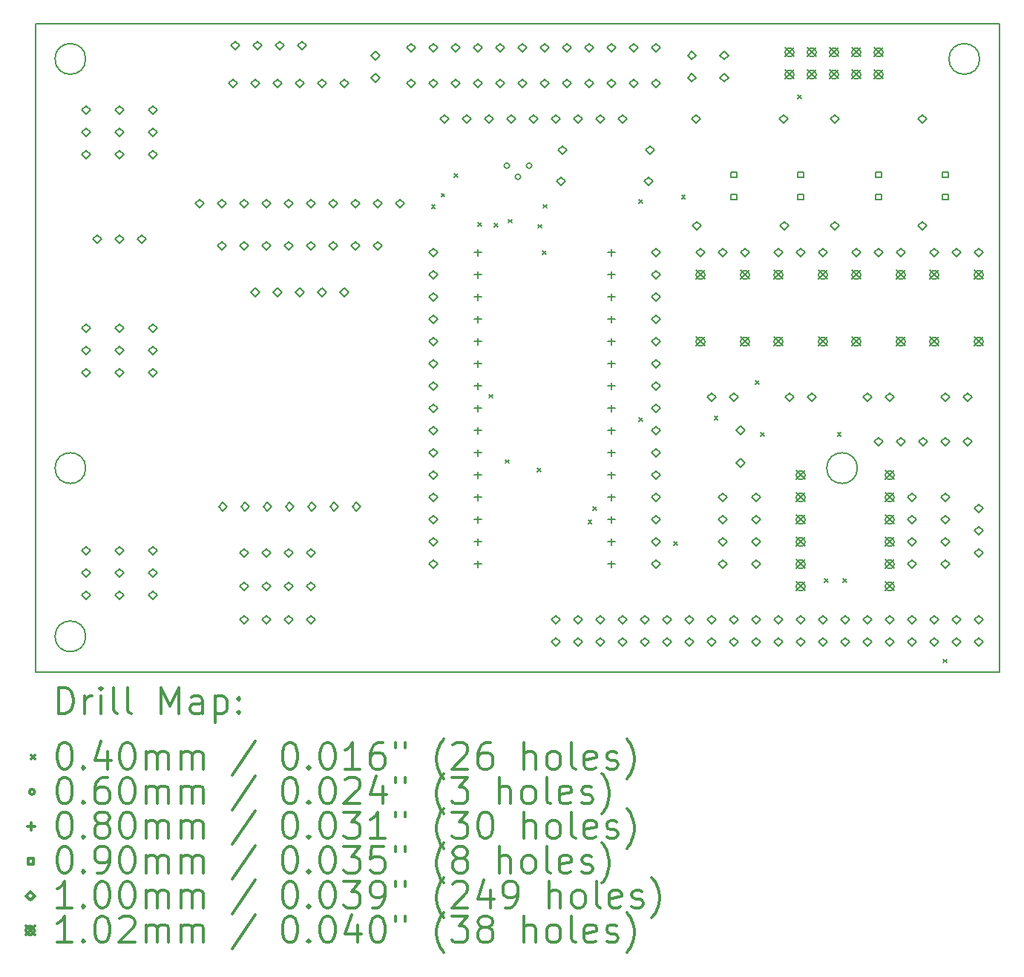
<source format=gbr>
%FSLAX45Y45*%
G04 Gerber Fmt 4.5, Leading zero omitted, Abs format (unit mm)*
G04 Created by KiCad (PCBNEW 4.0.7+dfsg1-1~bpo8+1) date Thu Sep  6 01:00:10 2018*
%MOMM*%
%LPD*%
G01*
G04 APERTURE LIST*
%ADD10C,0.127000*%
%ADD11C,0.150000*%
%ADD12C,0.200000*%
%ADD13C,0.300000*%
G04 APERTURE END LIST*
D10*
D11*
X14575071Y-8810000D02*
G75*
G03X14575071Y-8810000I-175071J0D01*
G01*
X23380000Y-8810000D02*
G75*
G03X23380000Y-8810000I-175071J0D01*
G01*
X24775000Y-4140000D02*
G75*
G03X24775000Y-4140000I-175071J0D01*
G01*
X14575071Y-4140000D02*
G75*
G03X14575071Y-4140000I-175071J0D01*
G01*
X14575071Y-10730000D02*
G75*
G03X14575071Y-10730000I-175071J0D01*
G01*
X25000000Y-3740000D02*
X14000000Y-3740000D01*
X25000000Y-11140000D02*
X25000000Y-3740000D01*
X14000000Y-11140000D02*
X25000000Y-11140000D01*
X14000000Y-3740000D02*
X14000000Y-11140000D01*
D12*
X18522000Y-5804220D02*
X18562000Y-5844220D01*
X18562000Y-5804220D02*
X18522000Y-5844220D01*
X18631840Y-5673040D02*
X18671840Y-5713040D01*
X18671840Y-5673040D02*
X18631840Y-5713040D01*
X18782480Y-5448830D02*
X18822480Y-5488830D01*
X18822480Y-5448830D02*
X18782480Y-5488830D01*
X19048330Y-6009520D02*
X19088330Y-6049520D01*
X19088330Y-6009520D02*
X19048330Y-6049520D01*
X19176050Y-7968300D02*
X19216050Y-8008300D01*
X19216050Y-7968300D02*
X19176050Y-8008300D01*
X19237010Y-6018580D02*
X19277010Y-6058580D01*
X19277010Y-6018580D02*
X19237010Y-6058580D01*
X19361470Y-8713790D02*
X19401470Y-8753790D01*
X19401470Y-8713790D02*
X19361470Y-8753790D01*
X19401250Y-5969580D02*
X19441250Y-6009580D01*
X19441250Y-5969580D02*
X19401250Y-6009580D01*
X19729770Y-8811580D02*
X19769770Y-8851580D01*
X19769770Y-8811580D02*
X19729770Y-8851580D01*
X19734750Y-6028950D02*
X19774750Y-6068950D01*
X19774750Y-6028950D02*
X19734750Y-6068950D01*
X19787230Y-6331790D02*
X19827230Y-6371790D01*
X19827230Y-6331790D02*
X19787230Y-6371790D01*
X19793270Y-5800410D02*
X19833270Y-5840410D01*
X19833270Y-5800410D02*
X19793270Y-5840410D01*
X20307620Y-9400860D02*
X20347620Y-9440860D01*
X20347620Y-9400860D02*
X20307620Y-9440860D01*
X20360960Y-9251000D02*
X20400960Y-9291000D01*
X20400960Y-9251000D02*
X20360960Y-9291000D01*
X20889280Y-5747070D02*
X20929280Y-5787070D01*
X20929280Y-5747070D02*
X20889280Y-5787070D01*
X20889280Y-8235000D02*
X20929280Y-8275000D01*
X20929280Y-8235000D02*
X20889280Y-8275000D01*
X21286790Y-9652320D02*
X21326790Y-9692320D01*
X21326790Y-9652320D02*
X21286790Y-9692320D01*
X21374420Y-5697540D02*
X21414420Y-5737540D01*
X21414420Y-5697540D02*
X21374420Y-5737540D01*
X21747800Y-8219760D02*
X21787800Y-8259760D01*
X21787800Y-8219760D02*
X21747800Y-8259760D01*
X22215160Y-7813360D02*
X22255160Y-7853360D01*
X22255160Y-7813360D02*
X22215160Y-7853360D01*
X22274850Y-8405180D02*
X22314850Y-8445180D01*
X22314850Y-8405180D02*
X22274850Y-8445180D01*
X22697760Y-4554540D02*
X22737760Y-4594540D01*
X22737760Y-4554540D02*
X22697760Y-4594540D01*
X23006370Y-10071420D02*
X23046370Y-10111420D01*
X23046370Y-10071420D02*
X23006370Y-10111420D01*
X23152420Y-8407720D02*
X23192420Y-8447720D01*
X23192420Y-8407720D02*
X23152420Y-8447720D01*
X23219730Y-10071420D02*
X23259730Y-10111420D01*
X23259730Y-10071420D02*
X23219730Y-10111420D01*
X24358920Y-10990900D02*
X24398920Y-11030900D01*
X24398920Y-10990900D02*
X24358920Y-11030900D01*
X19410200Y-5359400D02*
G75*
G03X19410200Y-5359400I-30000J0D01*
G01*
X19537200Y-5486400D02*
G75*
G03X19537200Y-5486400I-30000J0D01*
G01*
X19664200Y-5359400D02*
G75*
G03X19664200Y-5359400I-30000J0D01*
G01*
X19050000Y-6310000D02*
X19050000Y-6390000D01*
X19010000Y-6350000D02*
X19090000Y-6350000D01*
X19050000Y-6564000D02*
X19050000Y-6644000D01*
X19010000Y-6604000D02*
X19090000Y-6604000D01*
X19050000Y-6818000D02*
X19050000Y-6898000D01*
X19010000Y-6858000D02*
X19090000Y-6858000D01*
X19050000Y-7072000D02*
X19050000Y-7152000D01*
X19010000Y-7112000D02*
X19090000Y-7112000D01*
X19050000Y-7326000D02*
X19050000Y-7406000D01*
X19010000Y-7366000D02*
X19090000Y-7366000D01*
X19050000Y-7580000D02*
X19050000Y-7660000D01*
X19010000Y-7620000D02*
X19090000Y-7620000D01*
X19050000Y-7834000D02*
X19050000Y-7914000D01*
X19010000Y-7874000D02*
X19090000Y-7874000D01*
X19050000Y-8088000D02*
X19050000Y-8168000D01*
X19010000Y-8128000D02*
X19090000Y-8128000D01*
X19050000Y-8342000D02*
X19050000Y-8422000D01*
X19010000Y-8382000D02*
X19090000Y-8382000D01*
X19050000Y-8596000D02*
X19050000Y-8676000D01*
X19010000Y-8636000D02*
X19090000Y-8636000D01*
X19050000Y-8850000D02*
X19050000Y-8930000D01*
X19010000Y-8890000D02*
X19090000Y-8890000D01*
X19050000Y-9104000D02*
X19050000Y-9184000D01*
X19010000Y-9144000D02*
X19090000Y-9144000D01*
X19050000Y-9358000D02*
X19050000Y-9438000D01*
X19010000Y-9398000D02*
X19090000Y-9398000D01*
X19050000Y-9612000D02*
X19050000Y-9692000D01*
X19010000Y-9652000D02*
X19090000Y-9652000D01*
X19050000Y-9866000D02*
X19050000Y-9946000D01*
X19010000Y-9906000D02*
X19090000Y-9906000D01*
X20574000Y-6310000D02*
X20574000Y-6390000D01*
X20534000Y-6350000D02*
X20614000Y-6350000D01*
X20574000Y-6564000D02*
X20574000Y-6644000D01*
X20534000Y-6604000D02*
X20614000Y-6604000D01*
X20574000Y-6818000D02*
X20574000Y-6898000D01*
X20534000Y-6858000D02*
X20614000Y-6858000D01*
X20574000Y-7072000D02*
X20574000Y-7152000D01*
X20534000Y-7112000D02*
X20614000Y-7112000D01*
X20574000Y-7326000D02*
X20574000Y-7406000D01*
X20534000Y-7366000D02*
X20614000Y-7366000D01*
X20574000Y-7580000D02*
X20574000Y-7660000D01*
X20534000Y-7620000D02*
X20614000Y-7620000D01*
X20574000Y-7834000D02*
X20574000Y-7914000D01*
X20534000Y-7874000D02*
X20614000Y-7874000D01*
X20574000Y-8088000D02*
X20574000Y-8168000D01*
X20534000Y-8128000D02*
X20614000Y-8128000D01*
X20574000Y-8342000D02*
X20574000Y-8422000D01*
X20534000Y-8382000D02*
X20614000Y-8382000D01*
X20574000Y-8596000D02*
X20574000Y-8676000D01*
X20534000Y-8636000D02*
X20614000Y-8636000D01*
X20574000Y-8850000D02*
X20574000Y-8930000D01*
X20534000Y-8890000D02*
X20614000Y-8890000D01*
X20574000Y-9104000D02*
X20574000Y-9184000D01*
X20534000Y-9144000D02*
X20614000Y-9144000D01*
X20574000Y-9358000D02*
X20574000Y-9438000D01*
X20534000Y-9398000D02*
X20614000Y-9398000D01*
X20574000Y-9612000D02*
X20574000Y-9692000D01*
X20534000Y-9652000D02*
X20614000Y-9652000D01*
X20574000Y-9866000D02*
X20574000Y-9946000D01*
X20534000Y-9906000D02*
X20614000Y-9906000D01*
X22002820Y-5492820D02*
X22002820Y-5429180D01*
X21939180Y-5429180D01*
X21939180Y-5492820D01*
X22002820Y-5492820D01*
X22002820Y-5746820D02*
X22002820Y-5683180D01*
X21939180Y-5683180D01*
X21939180Y-5746820D01*
X22002820Y-5746820D01*
X22764820Y-5492820D02*
X22764820Y-5429180D01*
X22701180Y-5429180D01*
X22701180Y-5492820D01*
X22764820Y-5492820D01*
X22764820Y-5746820D02*
X22764820Y-5683180D01*
X22701180Y-5683180D01*
X22701180Y-5746820D01*
X22764820Y-5746820D01*
X23653820Y-5492820D02*
X23653820Y-5429180D01*
X23590180Y-5429180D01*
X23590180Y-5492820D01*
X23653820Y-5492820D01*
X23653820Y-5746820D02*
X23653820Y-5683180D01*
X23590180Y-5683180D01*
X23590180Y-5746820D01*
X23653820Y-5746820D01*
X24415820Y-5492820D02*
X24415820Y-5429180D01*
X24352180Y-5429180D01*
X24352180Y-5492820D01*
X24415820Y-5492820D01*
X24415820Y-5746820D02*
X24415820Y-5683180D01*
X24352180Y-5683180D01*
X24352180Y-5746820D01*
X24415820Y-5746820D01*
X14579600Y-4774400D02*
X14629600Y-4724400D01*
X14579600Y-4674400D01*
X14529600Y-4724400D01*
X14579600Y-4774400D01*
X14579600Y-5028400D02*
X14629600Y-4978400D01*
X14579600Y-4928400D01*
X14529600Y-4978400D01*
X14579600Y-5028400D01*
X14579600Y-5282400D02*
X14629600Y-5232400D01*
X14579600Y-5182400D01*
X14529600Y-5232400D01*
X14579600Y-5282400D01*
X14579600Y-7263600D02*
X14629600Y-7213600D01*
X14579600Y-7163600D01*
X14529600Y-7213600D01*
X14579600Y-7263600D01*
X14579600Y-7517600D02*
X14629600Y-7467600D01*
X14579600Y-7417600D01*
X14529600Y-7467600D01*
X14579600Y-7517600D01*
X14579600Y-7771600D02*
X14629600Y-7721600D01*
X14579600Y-7671600D01*
X14529600Y-7721600D01*
X14579600Y-7771600D01*
X14579600Y-9803600D02*
X14629600Y-9753600D01*
X14579600Y-9703600D01*
X14529600Y-9753600D01*
X14579600Y-9803600D01*
X14579600Y-10057600D02*
X14629600Y-10007600D01*
X14579600Y-9957600D01*
X14529600Y-10007600D01*
X14579600Y-10057600D01*
X14579600Y-10311600D02*
X14629600Y-10261600D01*
X14579600Y-10211600D01*
X14529600Y-10261600D01*
X14579600Y-10311600D01*
X14706600Y-6247600D02*
X14756600Y-6197600D01*
X14706600Y-6147600D01*
X14656600Y-6197600D01*
X14706600Y-6247600D01*
X14960600Y-4774400D02*
X15010600Y-4724400D01*
X14960600Y-4674400D01*
X14910600Y-4724400D01*
X14960600Y-4774400D01*
X14960600Y-5028400D02*
X15010600Y-4978400D01*
X14960600Y-4928400D01*
X14910600Y-4978400D01*
X14960600Y-5028400D01*
X14960600Y-5282400D02*
X15010600Y-5232400D01*
X14960600Y-5182400D01*
X14910600Y-5232400D01*
X14960600Y-5282400D01*
X14960600Y-6247600D02*
X15010600Y-6197600D01*
X14960600Y-6147600D01*
X14910600Y-6197600D01*
X14960600Y-6247600D01*
X14960600Y-7263600D02*
X15010600Y-7213600D01*
X14960600Y-7163600D01*
X14910600Y-7213600D01*
X14960600Y-7263600D01*
X14960600Y-7517600D02*
X15010600Y-7467600D01*
X14960600Y-7417600D01*
X14910600Y-7467600D01*
X14960600Y-7517600D01*
X14960600Y-7771600D02*
X15010600Y-7721600D01*
X14960600Y-7671600D01*
X14910600Y-7721600D01*
X14960600Y-7771600D01*
X14960600Y-9803600D02*
X15010600Y-9753600D01*
X14960600Y-9703600D01*
X14910600Y-9753600D01*
X14960600Y-9803600D01*
X14960600Y-10057600D02*
X15010600Y-10007600D01*
X14960600Y-9957600D01*
X14910600Y-10007600D01*
X14960600Y-10057600D01*
X14960600Y-10311600D02*
X15010600Y-10261600D01*
X14960600Y-10211600D01*
X14910600Y-10261600D01*
X14960600Y-10311600D01*
X15214600Y-6247600D02*
X15264600Y-6197600D01*
X15214600Y-6147600D01*
X15164600Y-6197600D01*
X15214600Y-6247600D01*
X15341600Y-4774400D02*
X15391600Y-4724400D01*
X15341600Y-4674400D01*
X15291600Y-4724400D01*
X15341600Y-4774400D01*
X15341600Y-5028400D02*
X15391600Y-4978400D01*
X15341600Y-4928400D01*
X15291600Y-4978400D01*
X15341600Y-5028400D01*
X15341600Y-5282400D02*
X15391600Y-5232400D01*
X15341600Y-5182400D01*
X15291600Y-5232400D01*
X15341600Y-5282400D01*
X15341600Y-7263600D02*
X15391600Y-7213600D01*
X15341600Y-7163600D01*
X15291600Y-7213600D01*
X15341600Y-7263600D01*
X15341600Y-7517600D02*
X15391600Y-7467600D01*
X15341600Y-7417600D01*
X15291600Y-7467600D01*
X15341600Y-7517600D01*
X15341600Y-7771600D02*
X15391600Y-7721600D01*
X15341600Y-7671600D01*
X15291600Y-7721600D01*
X15341600Y-7771600D01*
X15341600Y-9803600D02*
X15391600Y-9753600D01*
X15341600Y-9703600D01*
X15291600Y-9753600D01*
X15341600Y-9803600D01*
X15341600Y-10057600D02*
X15391600Y-10007600D01*
X15341600Y-9957600D01*
X15291600Y-10007600D01*
X15341600Y-10057600D01*
X15341600Y-10311600D02*
X15391600Y-10261600D01*
X15341600Y-10211600D01*
X15291600Y-10261600D01*
X15341600Y-10311600D01*
X15875000Y-5841200D02*
X15925000Y-5791200D01*
X15875000Y-5741200D01*
X15825000Y-5791200D01*
X15875000Y-5841200D01*
X16129000Y-5841200D02*
X16179000Y-5791200D01*
X16129000Y-5741200D01*
X16079000Y-5791200D01*
X16129000Y-5841200D01*
X16129000Y-6323800D02*
X16179000Y-6273800D01*
X16129000Y-6223800D01*
X16079000Y-6273800D01*
X16129000Y-6323800D01*
X16141700Y-9301400D02*
X16191700Y-9251400D01*
X16141700Y-9201400D01*
X16091700Y-9251400D01*
X16141700Y-9301400D01*
X16256000Y-4469600D02*
X16306000Y-4419600D01*
X16256000Y-4369600D01*
X16206000Y-4419600D01*
X16256000Y-4469600D01*
X16281400Y-4037800D02*
X16331400Y-3987800D01*
X16281400Y-3937800D01*
X16231400Y-3987800D01*
X16281400Y-4037800D01*
X16383000Y-5841200D02*
X16433000Y-5791200D01*
X16383000Y-5741200D01*
X16333000Y-5791200D01*
X16383000Y-5841200D01*
X16383000Y-6323800D02*
X16433000Y-6273800D01*
X16383000Y-6223800D01*
X16333000Y-6273800D01*
X16383000Y-6323800D01*
X16383000Y-9829000D02*
X16433000Y-9779000D01*
X16383000Y-9729000D01*
X16333000Y-9779000D01*
X16383000Y-9829000D01*
X16383000Y-10210000D02*
X16433000Y-10160000D01*
X16383000Y-10110000D01*
X16333000Y-10160000D01*
X16383000Y-10210000D01*
X16383000Y-10591000D02*
X16433000Y-10541000D01*
X16383000Y-10491000D01*
X16333000Y-10541000D01*
X16383000Y-10591000D01*
X16395700Y-9301400D02*
X16445700Y-9251400D01*
X16395700Y-9201400D01*
X16345700Y-9251400D01*
X16395700Y-9301400D01*
X16510000Y-4469600D02*
X16560000Y-4419600D01*
X16510000Y-4369600D01*
X16460000Y-4419600D01*
X16510000Y-4469600D01*
X16510000Y-6851400D02*
X16560000Y-6801400D01*
X16510000Y-6751400D01*
X16460000Y-6801400D01*
X16510000Y-6851400D01*
X16535400Y-4037800D02*
X16585400Y-3987800D01*
X16535400Y-3937800D01*
X16485400Y-3987800D01*
X16535400Y-4037800D01*
X16637000Y-5841200D02*
X16687000Y-5791200D01*
X16637000Y-5741200D01*
X16587000Y-5791200D01*
X16637000Y-5841200D01*
X16637000Y-6323800D02*
X16687000Y-6273800D01*
X16637000Y-6223800D01*
X16587000Y-6273800D01*
X16637000Y-6323800D01*
X16637000Y-9829000D02*
X16687000Y-9779000D01*
X16637000Y-9729000D01*
X16587000Y-9779000D01*
X16637000Y-9829000D01*
X16637000Y-10210000D02*
X16687000Y-10160000D01*
X16637000Y-10110000D01*
X16587000Y-10160000D01*
X16637000Y-10210000D01*
X16637000Y-10591000D02*
X16687000Y-10541000D01*
X16637000Y-10491000D01*
X16587000Y-10541000D01*
X16637000Y-10591000D01*
X16649700Y-9301400D02*
X16699700Y-9251400D01*
X16649700Y-9201400D01*
X16599700Y-9251400D01*
X16649700Y-9301400D01*
X16764000Y-4469600D02*
X16814000Y-4419600D01*
X16764000Y-4369600D01*
X16714000Y-4419600D01*
X16764000Y-4469600D01*
X16764000Y-6851400D02*
X16814000Y-6801400D01*
X16764000Y-6751400D01*
X16714000Y-6801400D01*
X16764000Y-6851400D01*
X16789400Y-4037800D02*
X16839400Y-3987800D01*
X16789400Y-3937800D01*
X16739400Y-3987800D01*
X16789400Y-4037800D01*
X16891000Y-5841200D02*
X16941000Y-5791200D01*
X16891000Y-5741200D01*
X16841000Y-5791200D01*
X16891000Y-5841200D01*
X16891000Y-6323800D02*
X16941000Y-6273800D01*
X16891000Y-6223800D01*
X16841000Y-6273800D01*
X16891000Y-6323800D01*
X16891000Y-9829000D02*
X16941000Y-9779000D01*
X16891000Y-9729000D01*
X16841000Y-9779000D01*
X16891000Y-9829000D01*
X16891000Y-10210000D02*
X16941000Y-10160000D01*
X16891000Y-10110000D01*
X16841000Y-10160000D01*
X16891000Y-10210000D01*
X16891000Y-10591000D02*
X16941000Y-10541000D01*
X16891000Y-10491000D01*
X16841000Y-10541000D01*
X16891000Y-10591000D01*
X16903700Y-9301400D02*
X16953700Y-9251400D01*
X16903700Y-9201400D01*
X16853700Y-9251400D01*
X16903700Y-9301400D01*
X17018000Y-4469600D02*
X17068000Y-4419600D01*
X17018000Y-4369600D01*
X16968000Y-4419600D01*
X17018000Y-4469600D01*
X17018000Y-6851400D02*
X17068000Y-6801400D01*
X17018000Y-6751400D01*
X16968000Y-6801400D01*
X17018000Y-6851400D01*
X17043400Y-4037800D02*
X17093400Y-3987800D01*
X17043400Y-3937800D01*
X16993400Y-3987800D01*
X17043400Y-4037800D01*
X17145000Y-5841200D02*
X17195000Y-5791200D01*
X17145000Y-5741200D01*
X17095000Y-5791200D01*
X17145000Y-5841200D01*
X17145000Y-6323800D02*
X17195000Y-6273800D01*
X17145000Y-6223800D01*
X17095000Y-6273800D01*
X17145000Y-6323800D01*
X17145000Y-9829000D02*
X17195000Y-9779000D01*
X17145000Y-9729000D01*
X17095000Y-9779000D01*
X17145000Y-9829000D01*
X17145000Y-10210000D02*
X17195000Y-10160000D01*
X17145000Y-10110000D01*
X17095000Y-10160000D01*
X17145000Y-10210000D01*
X17145000Y-10591000D02*
X17195000Y-10541000D01*
X17145000Y-10491000D01*
X17095000Y-10541000D01*
X17145000Y-10591000D01*
X17157700Y-9301400D02*
X17207700Y-9251400D01*
X17157700Y-9201400D01*
X17107700Y-9251400D01*
X17157700Y-9301400D01*
X17272000Y-4469600D02*
X17322000Y-4419600D01*
X17272000Y-4369600D01*
X17222000Y-4419600D01*
X17272000Y-4469600D01*
X17272000Y-6851400D02*
X17322000Y-6801400D01*
X17272000Y-6751400D01*
X17222000Y-6801400D01*
X17272000Y-6851400D01*
X17399000Y-5841200D02*
X17449000Y-5791200D01*
X17399000Y-5741200D01*
X17349000Y-5791200D01*
X17399000Y-5841200D01*
X17399000Y-6323800D02*
X17449000Y-6273800D01*
X17399000Y-6223800D01*
X17349000Y-6273800D01*
X17399000Y-6323800D01*
X17411700Y-9301400D02*
X17461700Y-9251400D01*
X17411700Y-9201400D01*
X17361700Y-9251400D01*
X17411700Y-9301400D01*
X17526000Y-4469600D02*
X17576000Y-4419600D01*
X17526000Y-4369600D01*
X17476000Y-4419600D01*
X17526000Y-4469600D01*
X17526000Y-6851400D02*
X17576000Y-6801400D01*
X17526000Y-6751400D01*
X17476000Y-6801400D01*
X17526000Y-6851400D01*
X17653000Y-5841200D02*
X17703000Y-5791200D01*
X17653000Y-5741200D01*
X17603000Y-5791200D01*
X17653000Y-5841200D01*
X17653000Y-6323800D02*
X17703000Y-6273800D01*
X17653000Y-6223800D01*
X17603000Y-6273800D01*
X17653000Y-6323800D01*
X17665700Y-9301400D02*
X17715700Y-9251400D01*
X17665700Y-9201400D01*
X17615700Y-9251400D01*
X17665700Y-9301400D01*
X17881600Y-4149560D02*
X17931600Y-4099560D01*
X17881600Y-4049560D01*
X17831600Y-4099560D01*
X17881600Y-4149560D01*
X17881600Y-4403560D02*
X17931600Y-4353560D01*
X17881600Y-4303560D01*
X17831600Y-4353560D01*
X17881600Y-4403560D01*
X17907000Y-5841200D02*
X17957000Y-5791200D01*
X17907000Y-5741200D01*
X17857000Y-5791200D01*
X17907000Y-5841200D01*
X17907000Y-6323800D02*
X17957000Y-6273800D01*
X17907000Y-6223800D01*
X17857000Y-6273800D01*
X17907000Y-6323800D01*
X18161000Y-5841200D02*
X18211000Y-5791200D01*
X18161000Y-5741200D01*
X18111000Y-5791200D01*
X18161000Y-5841200D01*
X18288000Y-4063200D02*
X18338000Y-4013200D01*
X18288000Y-3963200D01*
X18238000Y-4013200D01*
X18288000Y-4063200D01*
X18288000Y-4469600D02*
X18338000Y-4419600D01*
X18288000Y-4369600D01*
X18238000Y-4419600D01*
X18288000Y-4469600D01*
X18542000Y-4063200D02*
X18592000Y-4013200D01*
X18542000Y-3963200D01*
X18492000Y-4013200D01*
X18542000Y-4063200D01*
X18542000Y-4469600D02*
X18592000Y-4419600D01*
X18542000Y-4369600D01*
X18492000Y-4419600D01*
X18542000Y-4469600D01*
X18542000Y-6400000D02*
X18592000Y-6350000D01*
X18542000Y-6300000D01*
X18492000Y-6350000D01*
X18542000Y-6400000D01*
X18542000Y-6654000D02*
X18592000Y-6604000D01*
X18542000Y-6554000D01*
X18492000Y-6604000D01*
X18542000Y-6654000D01*
X18542000Y-6908000D02*
X18592000Y-6858000D01*
X18542000Y-6808000D01*
X18492000Y-6858000D01*
X18542000Y-6908000D01*
X18542000Y-7162000D02*
X18592000Y-7112000D01*
X18542000Y-7062000D01*
X18492000Y-7112000D01*
X18542000Y-7162000D01*
X18542000Y-7416000D02*
X18592000Y-7366000D01*
X18542000Y-7316000D01*
X18492000Y-7366000D01*
X18542000Y-7416000D01*
X18542000Y-7670000D02*
X18592000Y-7620000D01*
X18542000Y-7570000D01*
X18492000Y-7620000D01*
X18542000Y-7670000D01*
X18542000Y-7924000D02*
X18592000Y-7874000D01*
X18542000Y-7824000D01*
X18492000Y-7874000D01*
X18542000Y-7924000D01*
X18542000Y-8178000D02*
X18592000Y-8128000D01*
X18542000Y-8078000D01*
X18492000Y-8128000D01*
X18542000Y-8178000D01*
X18542000Y-8432000D02*
X18592000Y-8382000D01*
X18542000Y-8332000D01*
X18492000Y-8382000D01*
X18542000Y-8432000D01*
X18542000Y-8686000D02*
X18592000Y-8636000D01*
X18542000Y-8586000D01*
X18492000Y-8636000D01*
X18542000Y-8686000D01*
X18542000Y-8940000D02*
X18592000Y-8890000D01*
X18542000Y-8840000D01*
X18492000Y-8890000D01*
X18542000Y-8940000D01*
X18542000Y-9194000D02*
X18592000Y-9144000D01*
X18542000Y-9094000D01*
X18492000Y-9144000D01*
X18542000Y-9194000D01*
X18542000Y-9448000D02*
X18592000Y-9398000D01*
X18542000Y-9348000D01*
X18492000Y-9398000D01*
X18542000Y-9448000D01*
X18542000Y-9702000D02*
X18592000Y-9652000D01*
X18542000Y-9602000D01*
X18492000Y-9652000D01*
X18542000Y-9702000D01*
X18542000Y-9956000D02*
X18592000Y-9906000D01*
X18542000Y-9856000D01*
X18492000Y-9906000D01*
X18542000Y-9956000D01*
X18669000Y-4876000D02*
X18719000Y-4826000D01*
X18669000Y-4776000D01*
X18619000Y-4826000D01*
X18669000Y-4876000D01*
X18796000Y-4063200D02*
X18846000Y-4013200D01*
X18796000Y-3963200D01*
X18746000Y-4013200D01*
X18796000Y-4063200D01*
X18796000Y-4469600D02*
X18846000Y-4419600D01*
X18796000Y-4369600D01*
X18746000Y-4419600D01*
X18796000Y-4469600D01*
X18923000Y-4876000D02*
X18973000Y-4826000D01*
X18923000Y-4776000D01*
X18873000Y-4826000D01*
X18923000Y-4876000D01*
X19050000Y-4063200D02*
X19100000Y-4013200D01*
X19050000Y-3963200D01*
X19000000Y-4013200D01*
X19050000Y-4063200D01*
X19050000Y-4469600D02*
X19100000Y-4419600D01*
X19050000Y-4369600D01*
X19000000Y-4419600D01*
X19050000Y-4469600D01*
X19177000Y-4876000D02*
X19227000Y-4826000D01*
X19177000Y-4776000D01*
X19127000Y-4826000D01*
X19177000Y-4876000D01*
X19304000Y-4063200D02*
X19354000Y-4013200D01*
X19304000Y-3963200D01*
X19254000Y-4013200D01*
X19304000Y-4063200D01*
X19304000Y-4469600D02*
X19354000Y-4419600D01*
X19304000Y-4369600D01*
X19254000Y-4419600D01*
X19304000Y-4469600D01*
X19431000Y-4876000D02*
X19481000Y-4826000D01*
X19431000Y-4776000D01*
X19381000Y-4826000D01*
X19431000Y-4876000D01*
X19558000Y-4063200D02*
X19608000Y-4013200D01*
X19558000Y-3963200D01*
X19508000Y-4013200D01*
X19558000Y-4063200D01*
X19558000Y-4469600D02*
X19608000Y-4419600D01*
X19558000Y-4369600D01*
X19508000Y-4419600D01*
X19558000Y-4469600D01*
X19685000Y-4876000D02*
X19735000Y-4826000D01*
X19685000Y-4776000D01*
X19635000Y-4826000D01*
X19685000Y-4876000D01*
X19812000Y-4063200D02*
X19862000Y-4013200D01*
X19812000Y-3963200D01*
X19762000Y-4013200D01*
X19812000Y-4063200D01*
X19812000Y-4469600D02*
X19862000Y-4419600D01*
X19812000Y-4369600D01*
X19762000Y-4419600D01*
X19812000Y-4469600D01*
X19939000Y-4876000D02*
X19989000Y-4826000D01*
X19939000Y-4776000D01*
X19889000Y-4826000D01*
X19939000Y-4876000D01*
X19939000Y-10591000D02*
X19989000Y-10541000D01*
X19939000Y-10491000D01*
X19889000Y-10541000D01*
X19939000Y-10591000D01*
X19939000Y-10845000D02*
X19989000Y-10795000D01*
X19939000Y-10745000D01*
X19889000Y-10795000D01*
X19939000Y-10845000D01*
X19997800Y-5587200D02*
X20047800Y-5537200D01*
X19997800Y-5487200D01*
X19947800Y-5537200D01*
X19997800Y-5587200D01*
X20015200Y-5231600D02*
X20065200Y-5181600D01*
X20015200Y-5131600D01*
X19965200Y-5181600D01*
X20015200Y-5231600D01*
X20066000Y-4063200D02*
X20116000Y-4013200D01*
X20066000Y-3963200D01*
X20016000Y-4013200D01*
X20066000Y-4063200D01*
X20066000Y-4469600D02*
X20116000Y-4419600D01*
X20066000Y-4369600D01*
X20016000Y-4419600D01*
X20066000Y-4469600D01*
X20193000Y-4876000D02*
X20243000Y-4826000D01*
X20193000Y-4776000D01*
X20143000Y-4826000D01*
X20193000Y-4876000D01*
X20193000Y-10591000D02*
X20243000Y-10541000D01*
X20193000Y-10491000D01*
X20143000Y-10541000D01*
X20193000Y-10591000D01*
X20193000Y-10845000D02*
X20243000Y-10795000D01*
X20193000Y-10745000D01*
X20143000Y-10795000D01*
X20193000Y-10845000D01*
X20320000Y-4063200D02*
X20370000Y-4013200D01*
X20320000Y-3963200D01*
X20270000Y-4013200D01*
X20320000Y-4063200D01*
X20320000Y-4469600D02*
X20370000Y-4419600D01*
X20320000Y-4369600D01*
X20270000Y-4419600D01*
X20320000Y-4469600D01*
X20447000Y-4876000D02*
X20497000Y-4826000D01*
X20447000Y-4776000D01*
X20397000Y-4826000D01*
X20447000Y-4876000D01*
X20447000Y-10591000D02*
X20497000Y-10541000D01*
X20447000Y-10491000D01*
X20397000Y-10541000D01*
X20447000Y-10591000D01*
X20447000Y-10845000D02*
X20497000Y-10795000D01*
X20447000Y-10745000D01*
X20397000Y-10795000D01*
X20447000Y-10845000D01*
X20574000Y-4063200D02*
X20624000Y-4013200D01*
X20574000Y-3963200D01*
X20524000Y-4013200D01*
X20574000Y-4063200D01*
X20574000Y-4469600D02*
X20624000Y-4419600D01*
X20574000Y-4369600D01*
X20524000Y-4419600D01*
X20574000Y-4469600D01*
X20701000Y-4876000D02*
X20751000Y-4826000D01*
X20701000Y-4776000D01*
X20651000Y-4826000D01*
X20701000Y-4876000D01*
X20701000Y-10591000D02*
X20751000Y-10541000D01*
X20701000Y-10491000D01*
X20651000Y-10541000D01*
X20701000Y-10591000D01*
X20701000Y-10845000D02*
X20751000Y-10795000D01*
X20701000Y-10745000D01*
X20651000Y-10795000D01*
X20701000Y-10845000D01*
X20828000Y-4063200D02*
X20878000Y-4013200D01*
X20828000Y-3963200D01*
X20778000Y-4013200D01*
X20828000Y-4063200D01*
X20828000Y-4469600D02*
X20878000Y-4419600D01*
X20828000Y-4369600D01*
X20778000Y-4419600D01*
X20828000Y-4469600D01*
X20955000Y-10591000D02*
X21005000Y-10541000D01*
X20955000Y-10491000D01*
X20905000Y-10541000D01*
X20955000Y-10591000D01*
X20955000Y-10845000D02*
X21005000Y-10795000D01*
X20955000Y-10745000D01*
X20905000Y-10795000D01*
X20955000Y-10845000D01*
X20997800Y-5587200D02*
X21047800Y-5537200D01*
X20997800Y-5487200D01*
X20947800Y-5537200D01*
X20997800Y-5587200D01*
X21015200Y-5231600D02*
X21065200Y-5181600D01*
X21015200Y-5131600D01*
X20965200Y-5181600D01*
X21015200Y-5231600D01*
X21082000Y-4063200D02*
X21132000Y-4013200D01*
X21082000Y-3963200D01*
X21032000Y-4013200D01*
X21082000Y-4063200D01*
X21082000Y-4469600D02*
X21132000Y-4419600D01*
X21082000Y-4369600D01*
X21032000Y-4419600D01*
X21082000Y-4469600D01*
X21082000Y-6400000D02*
X21132000Y-6350000D01*
X21082000Y-6300000D01*
X21032000Y-6350000D01*
X21082000Y-6400000D01*
X21082000Y-6654000D02*
X21132000Y-6604000D01*
X21082000Y-6554000D01*
X21032000Y-6604000D01*
X21082000Y-6654000D01*
X21082000Y-6908000D02*
X21132000Y-6858000D01*
X21082000Y-6808000D01*
X21032000Y-6858000D01*
X21082000Y-6908000D01*
X21082000Y-7162000D02*
X21132000Y-7112000D01*
X21082000Y-7062000D01*
X21032000Y-7112000D01*
X21082000Y-7162000D01*
X21082000Y-7416000D02*
X21132000Y-7366000D01*
X21082000Y-7316000D01*
X21032000Y-7366000D01*
X21082000Y-7416000D01*
X21082000Y-7670000D02*
X21132000Y-7620000D01*
X21082000Y-7570000D01*
X21032000Y-7620000D01*
X21082000Y-7670000D01*
X21082000Y-7924000D02*
X21132000Y-7874000D01*
X21082000Y-7824000D01*
X21032000Y-7874000D01*
X21082000Y-7924000D01*
X21082000Y-8178000D02*
X21132000Y-8128000D01*
X21082000Y-8078000D01*
X21032000Y-8128000D01*
X21082000Y-8178000D01*
X21082000Y-8432000D02*
X21132000Y-8382000D01*
X21082000Y-8332000D01*
X21032000Y-8382000D01*
X21082000Y-8432000D01*
X21082000Y-8686000D02*
X21132000Y-8636000D01*
X21082000Y-8586000D01*
X21032000Y-8636000D01*
X21082000Y-8686000D01*
X21082000Y-8940000D02*
X21132000Y-8890000D01*
X21082000Y-8840000D01*
X21032000Y-8890000D01*
X21082000Y-8940000D01*
X21082000Y-9194000D02*
X21132000Y-9144000D01*
X21082000Y-9094000D01*
X21032000Y-9144000D01*
X21082000Y-9194000D01*
X21082000Y-9448000D02*
X21132000Y-9398000D01*
X21082000Y-9348000D01*
X21032000Y-9398000D01*
X21082000Y-9448000D01*
X21082000Y-9702000D02*
X21132000Y-9652000D01*
X21082000Y-9602000D01*
X21032000Y-9652000D01*
X21082000Y-9702000D01*
X21082000Y-9956000D02*
X21132000Y-9906000D01*
X21082000Y-9856000D01*
X21032000Y-9906000D01*
X21082000Y-9956000D01*
X21209000Y-10591000D02*
X21259000Y-10541000D01*
X21209000Y-10491000D01*
X21159000Y-10541000D01*
X21209000Y-10591000D01*
X21209000Y-10845000D02*
X21259000Y-10795000D01*
X21209000Y-10745000D01*
X21159000Y-10795000D01*
X21209000Y-10845000D01*
X21463000Y-10591000D02*
X21513000Y-10541000D01*
X21463000Y-10491000D01*
X21413000Y-10541000D01*
X21463000Y-10591000D01*
X21463000Y-10845000D02*
X21513000Y-10795000D01*
X21463000Y-10745000D01*
X21413000Y-10795000D01*
X21463000Y-10845000D01*
X21492210Y-4148290D02*
X21542210Y-4098290D01*
X21492210Y-4048290D01*
X21442210Y-4098290D01*
X21492210Y-4148290D01*
X21492210Y-4402290D02*
X21542210Y-4352290D01*
X21492210Y-4302290D01*
X21442210Y-4352290D01*
X21492210Y-4402290D01*
X21539200Y-4876000D02*
X21589200Y-4826000D01*
X21539200Y-4776000D01*
X21489200Y-4826000D01*
X21539200Y-4876000D01*
X21547200Y-6095200D02*
X21597200Y-6045200D01*
X21547200Y-5995200D01*
X21497200Y-6045200D01*
X21547200Y-6095200D01*
X21590000Y-6400000D02*
X21640000Y-6350000D01*
X21590000Y-6300000D01*
X21540000Y-6350000D01*
X21590000Y-6400000D01*
X21717000Y-8051000D02*
X21767000Y-8001000D01*
X21717000Y-7951000D01*
X21667000Y-8001000D01*
X21717000Y-8051000D01*
X21717000Y-10591000D02*
X21767000Y-10541000D01*
X21717000Y-10491000D01*
X21667000Y-10541000D01*
X21717000Y-10591000D01*
X21717000Y-10845000D02*
X21767000Y-10795000D01*
X21717000Y-10745000D01*
X21667000Y-10795000D01*
X21717000Y-10845000D01*
X21844000Y-6400000D02*
X21894000Y-6350000D01*
X21844000Y-6300000D01*
X21794000Y-6350000D01*
X21844000Y-6400000D01*
X21844000Y-9194000D02*
X21894000Y-9144000D01*
X21844000Y-9094000D01*
X21794000Y-9144000D01*
X21844000Y-9194000D01*
X21844000Y-9448000D02*
X21894000Y-9398000D01*
X21844000Y-9348000D01*
X21794000Y-9398000D01*
X21844000Y-9448000D01*
X21844000Y-9702000D02*
X21894000Y-9652000D01*
X21844000Y-9602000D01*
X21794000Y-9652000D01*
X21844000Y-9702000D01*
X21844000Y-9956000D02*
X21894000Y-9906000D01*
X21844000Y-9856000D01*
X21794000Y-9906000D01*
X21844000Y-9956000D01*
X21859240Y-4148290D02*
X21909240Y-4098290D01*
X21859240Y-4048290D01*
X21809240Y-4098290D01*
X21859240Y-4148290D01*
X21859240Y-4402290D02*
X21909240Y-4352290D01*
X21859240Y-4302290D01*
X21809240Y-4352290D01*
X21859240Y-4402290D01*
X21971000Y-8051000D02*
X22021000Y-8001000D01*
X21971000Y-7951000D01*
X21921000Y-8001000D01*
X21971000Y-8051000D01*
X21971000Y-10591000D02*
X22021000Y-10541000D01*
X21971000Y-10491000D01*
X21921000Y-10541000D01*
X21971000Y-10591000D01*
X21971000Y-10845000D02*
X22021000Y-10795000D01*
X21971000Y-10745000D01*
X21921000Y-10795000D01*
X21971000Y-10845000D01*
X22050000Y-8425000D02*
X22100000Y-8375000D01*
X22050000Y-8325000D01*
X22000000Y-8375000D01*
X22050000Y-8425000D01*
X22050000Y-8800000D02*
X22100000Y-8750000D01*
X22050000Y-8700000D01*
X22000000Y-8750000D01*
X22050000Y-8800000D01*
X22098000Y-6400000D02*
X22148000Y-6350000D01*
X22098000Y-6300000D01*
X22048000Y-6350000D01*
X22098000Y-6400000D01*
X22225000Y-9194000D02*
X22275000Y-9144000D01*
X22225000Y-9094000D01*
X22175000Y-9144000D01*
X22225000Y-9194000D01*
X22225000Y-9448000D02*
X22275000Y-9398000D01*
X22225000Y-9348000D01*
X22175000Y-9398000D01*
X22225000Y-9448000D01*
X22225000Y-9702000D02*
X22275000Y-9652000D01*
X22225000Y-9602000D01*
X22175000Y-9652000D01*
X22225000Y-9702000D01*
X22225000Y-9956000D02*
X22275000Y-9906000D01*
X22225000Y-9856000D01*
X22175000Y-9906000D01*
X22225000Y-9956000D01*
X22225000Y-10591000D02*
X22275000Y-10541000D01*
X22225000Y-10491000D01*
X22175000Y-10541000D01*
X22225000Y-10591000D01*
X22225000Y-10845000D02*
X22275000Y-10795000D01*
X22225000Y-10745000D01*
X22175000Y-10795000D01*
X22225000Y-10845000D01*
X22476460Y-6400000D02*
X22526460Y-6350000D01*
X22476460Y-6300000D01*
X22426460Y-6350000D01*
X22476460Y-6400000D01*
X22479000Y-10591000D02*
X22529000Y-10541000D01*
X22479000Y-10491000D01*
X22429000Y-10541000D01*
X22479000Y-10591000D01*
X22479000Y-10845000D02*
X22529000Y-10795000D01*
X22479000Y-10745000D01*
X22429000Y-10795000D01*
X22479000Y-10845000D01*
X22539200Y-4876000D02*
X22589200Y-4826000D01*
X22539200Y-4776000D01*
X22489200Y-4826000D01*
X22539200Y-4876000D01*
X22547200Y-6095200D02*
X22597200Y-6045200D01*
X22547200Y-5995200D01*
X22497200Y-6045200D01*
X22547200Y-6095200D01*
X22606000Y-8051000D02*
X22656000Y-8001000D01*
X22606000Y-7951000D01*
X22556000Y-8001000D01*
X22606000Y-8051000D01*
X22730460Y-6400000D02*
X22780460Y-6350000D01*
X22730460Y-6300000D01*
X22680460Y-6350000D01*
X22730460Y-6400000D01*
X22733000Y-10591000D02*
X22783000Y-10541000D01*
X22733000Y-10491000D01*
X22683000Y-10541000D01*
X22733000Y-10591000D01*
X22733000Y-10845000D02*
X22783000Y-10795000D01*
X22733000Y-10745000D01*
X22683000Y-10795000D01*
X22733000Y-10845000D01*
X22860000Y-8051000D02*
X22910000Y-8001000D01*
X22860000Y-7951000D01*
X22810000Y-8001000D01*
X22860000Y-8051000D01*
X22984460Y-6400000D02*
X23034460Y-6350000D01*
X22984460Y-6300000D01*
X22934460Y-6350000D01*
X22984460Y-6400000D01*
X22987000Y-10591000D02*
X23037000Y-10541000D01*
X22987000Y-10491000D01*
X22937000Y-10541000D01*
X22987000Y-10591000D01*
X22987000Y-10845000D02*
X23037000Y-10795000D01*
X22987000Y-10745000D01*
X22937000Y-10795000D01*
X22987000Y-10845000D01*
X23122000Y-4876000D02*
X23172000Y-4826000D01*
X23122000Y-4776000D01*
X23072000Y-4826000D01*
X23122000Y-4876000D01*
X23122000Y-6095200D02*
X23172000Y-6045200D01*
X23122000Y-5995200D01*
X23072000Y-6045200D01*
X23122000Y-6095200D01*
X23241000Y-10591000D02*
X23291000Y-10541000D01*
X23241000Y-10491000D01*
X23191000Y-10541000D01*
X23241000Y-10591000D01*
X23241000Y-10845000D02*
X23291000Y-10795000D01*
X23241000Y-10745000D01*
X23191000Y-10795000D01*
X23241000Y-10845000D01*
X23368000Y-6400000D02*
X23418000Y-6350000D01*
X23368000Y-6300000D01*
X23318000Y-6350000D01*
X23368000Y-6400000D01*
X23495000Y-8051000D02*
X23545000Y-8001000D01*
X23495000Y-7951000D01*
X23445000Y-8001000D01*
X23495000Y-8051000D01*
X23495000Y-10591000D02*
X23545000Y-10541000D01*
X23495000Y-10491000D01*
X23445000Y-10541000D01*
X23495000Y-10591000D01*
X23495000Y-10845000D02*
X23545000Y-10795000D01*
X23495000Y-10745000D01*
X23445000Y-10795000D01*
X23495000Y-10845000D01*
X23622000Y-6400000D02*
X23672000Y-6350000D01*
X23622000Y-6300000D01*
X23572000Y-6350000D01*
X23622000Y-6400000D01*
X23622000Y-8559000D02*
X23672000Y-8509000D01*
X23622000Y-8459000D01*
X23572000Y-8509000D01*
X23622000Y-8559000D01*
X23749000Y-8051000D02*
X23799000Y-8001000D01*
X23749000Y-7951000D01*
X23699000Y-8001000D01*
X23749000Y-8051000D01*
X23749000Y-10591000D02*
X23799000Y-10541000D01*
X23749000Y-10491000D01*
X23699000Y-10541000D01*
X23749000Y-10591000D01*
X23749000Y-10845000D02*
X23799000Y-10795000D01*
X23749000Y-10745000D01*
X23699000Y-10795000D01*
X23749000Y-10845000D01*
X23876000Y-6400000D02*
X23926000Y-6350000D01*
X23876000Y-6300000D01*
X23826000Y-6350000D01*
X23876000Y-6400000D01*
X23876000Y-8559000D02*
X23926000Y-8509000D01*
X23876000Y-8459000D01*
X23826000Y-8509000D01*
X23876000Y-8559000D01*
X24003000Y-9194000D02*
X24053000Y-9144000D01*
X24003000Y-9094000D01*
X23953000Y-9144000D01*
X24003000Y-9194000D01*
X24003000Y-9448000D02*
X24053000Y-9398000D01*
X24003000Y-9348000D01*
X23953000Y-9398000D01*
X24003000Y-9448000D01*
X24003000Y-9702000D02*
X24053000Y-9652000D01*
X24003000Y-9602000D01*
X23953000Y-9652000D01*
X24003000Y-9702000D01*
X24003000Y-9956000D02*
X24053000Y-9906000D01*
X24003000Y-9856000D01*
X23953000Y-9906000D01*
X24003000Y-9956000D01*
X24003000Y-10591000D02*
X24053000Y-10541000D01*
X24003000Y-10491000D01*
X23953000Y-10541000D01*
X24003000Y-10591000D01*
X24003000Y-10845000D02*
X24053000Y-10795000D01*
X24003000Y-10745000D01*
X23953000Y-10795000D01*
X24003000Y-10845000D01*
X24122000Y-4876000D02*
X24172000Y-4826000D01*
X24122000Y-4776000D01*
X24072000Y-4826000D01*
X24122000Y-4876000D01*
X24122000Y-6095200D02*
X24172000Y-6045200D01*
X24122000Y-5995200D01*
X24072000Y-6045200D01*
X24122000Y-6095200D01*
X24130000Y-8559000D02*
X24180000Y-8509000D01*
X24130000Y-8459000D01*
X24080000Y-8509000D01*
X24130000Y-8559000D01*
X24257000Y-6400000D02*
X24307000Y-6350000D01*
X24257000Y-6300000D01*
X24207000Y-6350000D01*
X24257000Y-6400000D01*
X24257000Y-10591000D02*
X24307000Y-10541000D01*
X24257000Y-10491000D01*
X24207000Y-10541000D01*
X24257000Y-10591000D01*
X24257000Y-10845000D02*
X24307000Y-10795000D01*
X24257000Y-10745000D01*
X24207000Y-10795000D01*
X24257000Y-10845000D01*
X24384000Y-8051000D02*
X24434000Y-8001000D01*
X24384000Y-7951000D01*
X24334000Y-8001000D01*
X24384000Y-8051000D01*
X24384000Y-8559000D02*
X24434000Y-8509000D01*
X24384000Y-8459000D01*
X24334000Y-8509000D01*
X24384000Y-8559000D01*
X24384000Y-9194000D02*
X24434000Y-9144000D01*
X24384000Y-9094000D01*
X24334000Y-9144000D01*
X24384000Y-9194000D01*
X24384000Y-9448000D02*
X24434000Y-9398000D01*
X24384000Y-9348000D01*
X24334000Y-9398000D01*
X24384000Y-9448000D01*
X24384000Y-9702000D02*
X24434000Y-9652000D01*
X24384000Y-9602000D01*
X24334000Y-9652000D01*
X24384000Y-9702000D01*
X24384000Y-9956000D02*
X24434000Y-9906000D01*
X24384000Y-9856000D01*
X24334000Y-9906000D01*
X24384000Y-9956000D01*
X24511000Y-6400000D02*
X24561000Y-6350000D01*
X24511000Y-6300000D01*
X24461000Y-6350000D01*
X24511000Y-6400000D01*
X24511000Y-10591000D02*
X24561000Y-10541000D01*
X24511000Y-10491000D01*
X24461000Y-10541000D01*
X24511000Y-10591000D01*
X24511000Y-10845000D02*
X24561000Y-10795000D01*
X24511000Y-10745000D01*
X24461000Y-10795000D01*
X24511000Y-10845000D01*
X24638000Y-8051000D02*
X24688000Y-8001000D01*
X24638000Y-7951000D01*
X24588000Y-8001000D01*
X24638000Y-8051000D01*
X24638000Y-8559000D02*
X24688000Y-8509000D01*
X24638000Y-8459000D01*
X24588000Y-8509000D01*
X24638000Y-8559000D01*
X24765000Y-6400000D02*
X24815000Y-6350000D01*
X24765000Y-6300000D01*
X24715000Y-6350000D01*
X24765000Y-6400000D01*
X24765000Y-9321000D02*
X24815000Y-9271000D01*
X24765000Y-9221000D01*
X24715000Y-9271000D01*
X24765000Y-9321000D01*
X24765000Y-9575000D02*
X24815000Y-9525000D01*
X24765000Y-9475000D01*
X24715000Y-9525000D01*
X24765000Y-9575000D01*
X24765000Y-9829000D02*
X24815000Y-9779000D01*
X24765000Y-9729000D01*
X24715000Y-9779000D01*
X24765000Y-9829000D01*
X24765000Y-10591000D02*
X24815000Y-10541000D01*
X24765000Y-10491000D01*
X24715000Y-10541000D01*
X24765000Y-10591000D01*
X24765000Y-10845000D02*
X24815000Y-10795000D01*
X24765000Y-10745000D01*
X24715000Y-10795000D01*
X24765000Y-10845000D01*
X21539200Y-6553200D02*
X21640800Y-6654800D01*
X21640800Y-6553200D02*
X21539200Y-6654800D01*
X21640800Y-6604000D02*
G75*
G03X21640800Y-6604000I-50800J0D01*
G01*
X21539200Y-7315200D02*
X21640800Y-7416800D01*
X21640800Y-7315200D02*
X21539200Y-7416800D01*
X21640800Y-7366000D02*
G75*
G03X21640800Y-7366000I-50800J0D01*
G01*
X22047200Y-6553200D02*
X22148800Y-6654800D01*
X22148800Y-6553200D02*
X22047200Y-6654800D01*
X22148800Y-6604000D02*
G75*
G03X22148800Y-6604000I-50800J0D01*
G01*
X22047200Y-7315200D02*
X22148800Y-7416800D01*
X22148800Y-7315200D02*
X22047200Y-7416800D01*
X22148800Y-7366000D02*
G75*
G03X22148800Y-7366000I-50800J0D01*
G01*
X22428200Y-6553200D02*
X22529800Y-6654800D01*
X22529800Y-6553200D02*
X22428200Y-6654800D01*
X22529800Y-6604000D02*
G75*
G03X22529800Y-6604000I-50800J0D01*
G01*
X22428200Y-7315200D02*
X22529800Y-7416800D01*
X22529800Y-7315200D02*
X22428200Y-7416800D01*
X22529800Y-7366000D02*
G75*
G03X22529800Y-7366000I-50800J0D01*
G01*
X22555200Y-4013200D02*
X22656800Y-4114800D01*
X22656800Y-4013200D02*
X22555200Y-4114800D01*
X22656800Y-4064000D02*
G75*
G03X22656800Y-4064000I-50800J0D01*
G01*
X22555200Y-4267200D02*
X22656800Y-4368800D01*
X22656800Y-4267200D02*
X22555200Y-4368800D01*
X22656800Y-4318000D02*
G75*
G03X22656800Y-4318000I-50800J0D01*
G01*
X22682200Y-8839200D02*
X22783800Y-8940800D01*
X22783800Y-8839200D02*
X22682200Y-8940800D01*
X22783800Y-8890000D02*
G75*
G03X22783800Y-8890000I-50800J0D01*
G01*
X22682200Y-9093200D02*
X22783800Y-9194800D01*
X22783800Y-9093200D02*
X22682200Y-9194800D01*
X22783800Y-9144000D02*
G75*
G03X22783800Y-9144000I-50800J0D01*
G01*
X22682200Y-9347200D02*
X22783800Y-9448800D01*
X22783800Y-9347200D02*
X22682200Y-9448800D01*
X22783800Y-9398000D02*
G75*
G03X22783800Y-9398000I-50800J0D01*
G01*
X22682200Y-9601200D02*
X22783800Y-9702800D01*
X22783800Y-9601200D02*
X22682200Y-9702800D01*
X22783800Y-9652000D02*
G75*
G03X22783800Y-9652000I-50800J0D01*
G01*
X22682200Y-9855200D02*
X22783800Y-9956800D01*
X22783800Y-9855200D02*
X22682200Y-9956800D01*
X22783800Y-9906000D02*
G75*
G03X22783800Y-9906000I-50800J0D01*
G01*
X22682200Y-10109200D02*
X22783800Y-10210800D01*
X22783800Y-10109200D02*
X22682200Y-10210800D01*
X22783800Y-10160000D02*
G75*
G03X22783800Y-10160000I-50800J0D01*
G01*
X22809200Y-4013200D02*
X22910800Y-4114800D01*
X22910800Y-4013200D02*
X22809200Y-4114800D01*
X22910800Y-4064000D02*
G75*
G03X22910800Y-4064000I-50800J0D01*
G01*
X22809200Y-4267200D02*
X22910800Y-4368800D01*
X22910800Y-4267200D02*
X22809200Y-4368800D01*
X22910800Y-4318000D02*
G75*
G03X22910800Y-4318000I-50800J0D01*
G01*
X22936200Y-6553200D02*
X23037800Y-6654800D01*
X23037800Y-6553200D02*
X22936200Y-6654800D01*
X23037800Y-6604000D02*
G75*
G03X23037800Y-6604000I-50800J0D01*
G01*
X22936200Y-7315200D02*
X23037800Y-7416800D01*
X23037800Y-7315200D02*
X22936200Y-7416800D01*
X23037800Y-7366000D02*
G75*
G03X23037800Y-7366000I-50800J0D01*
G01*
X23063200Y-4013200D02*
X23164800Y-4114800D01*
X23164800Y-4013200D02*
X23063200Y-4114800D01*
X23164800Y-4064000D02*
G75*
G03X23164800Y-4064000I-50800J0D01*
G01*
X23063200Y-4267200D02*
X23164800Y-4368800D01*
X23164800Y-4267200D02*
X23063200Y-4368800D01*
X23164800Y-4318000D02*
G75*
G03X23164800Y-4318000I-50800J0D01*
G01*
X23317200Y-4013200D02*
X23418800Y-4114800D01*
X23418800Y-4013200D02*
X23317200Y-4114800D01*
X23418800Y-4064000D02*
G75*
G03X23418800Y-4064000I-50800J0D01*
G01*
X23317200Y-4267200D02*
X23418800Y-4368800D01*
X23418800Y-4267200D02*
X23317200Y-4368800D01*
X23418800Y-4318000D02*
G75*
G03X23418800Y-4318000I-50800J0D01*
G01*
X23317200Y-6553200D02*
X23418800Y-6654800D01*
X23418800Y-6553200D02*
X23317200Y-6654800D01*
X23418800Y-6604000D02*
G75*
G03X23418800Y-6604000I-50800J0D01*
G01*
X23317200Y-7315200D02*
X23418800Y-7416800D01*
X23418800Y-7315200D02*
X23317200Y-7416800D01*
X23418800Y-7366000D02*
G75*
G03X23418800Y-7366000I-50800J0D01*
G01*
X23571200Y-4013200D02*
X23672800Y-4114800D01*
X23672800Y-4013200D02*
X23571200Y-4114800D01*
X23672800Y-4064000D02*
G75*
G03X23672800Y-4064000I-50800J0D01*
G01*
X23571200Y-4267200D02*
X23672800Y-4368800D01*
X23672800Y-4267200D02*
X23571200Y-4368800D01*
X23672800Y-4318000D02*
G75*
G03X23672800Y-4318000I-50800J0D01*
G01*
X23698200Y-8839200D02*
X23799800Y-8940800D01*
X23799800Y-8839200D02*
X23698200Y-8940800D01*
X23799800Y-8890000D02*
G75*
G03X23799800Y-8890000I-50800J0D01*
G01*
X23698200Y-9093200D02*
X23799800Y-9194800D01*
X23799800Y-9093200D02*
X23698200Y-9194800D01*
X23799800Y-9144000D02*
G75*
G03X23799800Y-9144000I-50800J0D01*
G01*
X23698200Y-9347200D02*
X23799800Y-9448800D01*
X23799800Y-9347200D02*
X23698200Y-9448800D01*
X23799800Y-9398000D02*
G75*
G03X23799800Y-9398000I-50800J0D01*
G01*
X23698200Y-9601200D02*
X23799800Y-9702800D01*
X23799800Y-9601200D02*
X23698200Y-9702800D01*
X23799800Y-9652000D02*
G75*
G03X23799800Y-9652000I-50800J0D01*
G01*
X23698200Y-9855200D02*
X23799800Y-9956800D01*
X23799800Y-9855200D02*
X23698200Y-9956800D01*
X23799800Y-9906000D02*
G75*
G03X23799800Y-9906000I-50800J0D01*
G01*
X23698200Y-10109200D02*
X23799800Y-10210800D01*
X23799800Y-10109200D02*
X23698200Y-10210800D01*
X23799800Y-10160000D02*
G75*
G03X23799800Y-10160000I-50800J0D01*
G01*
X23825200Y-6553200D02*
X23926800Y-6654800D01*
X23926800Y-6553200D02*
X23825200Y-6654800D01*
X23926800Y-6604000D02*
G75*
G03X23926800Y-6604000I-50800J0D01*
G01*
X23825200Y-7315200D02*
X23926800Y-7416800D01*
X23926800Y-7315200D02*
X23825200Y-7416800D01*
X23926800Y-7366000D02*
G75*
G03X23926800Y-7366000I-50800J0D01*
G01*
X24206200Y-6553200D02*
X24307800Y-6654800D01*
X24307800Y-6553200D02*
X24206200Y-6654800D01*
X24307800Y-6604000D02*
G75*
G03X24307800Y-6604000I-50800J0D01*
G01*
X24206200Y-7315200D02*
X24307800Y-7416800D01*
X24307800Y-7315200D02*
X24206200Y-7416800D01*
X24307800Y-7366000D02*
G75*
G03X24307800Y-7366000I-50800J0D01*
G01*
X24714200Y-6553200D02*
X24815800Y-6654800D01*
X24815800Y-6553200D02*
X24714200Y-6654800D01*
X24815800Y-6604000D02*
G75*
G03X24815800Y-6604000I-50800J0D01*
G01*
X24714200Y-7315200D02*
X24815800Y-7416800D01*
X24815800Y-7315200D02*
X24714200Y-7416800D01*
X24815800Y-7366000D02*
G75*
G03X24815800Y-7366000I-50800J0D01*
G01*
D13*
X14263928Y-11613214D02*
X14263928Y-11313214D01*
X14335357Y-11313214D01*
X14378214Y-11327500D01*
X14406786Y-11356071D01*
X14421071Y-11384643D01*
X14435357Y-11441786D01*
X14435357Y-11484643D01*
X14421071Y-11541786D01*
X14406786Y-11570357D01*
X14378214Y-11598929D01*
X14335357Y-11613214D01*
X14263928Y-11613214D01*
X14563928Y-11613214D02*
X14563928Y-11413214D01*
X14563928Y-11470357D02*
X14578214Y-11441786D01*
X14592500Y-11427500D01*
X14621071Y-11413214D01*
X14649643Y-11413214D01*
X14749643Y-11613214D02*
X14749643Y-11413214D01*
X14749643Y-11313214D02*
X14735357Y-11327500D01*
X14749643Y-11341786D01*
X14763928Y-11327500D01*
X14749643Y-11313214D01*
X14749643Y-11341786D01*
X14935357Y-11613214D02*
X14906786Y-11598929D01*
X14892500Y-11570357D01*
X14892500Y-11313214D01*
X15092500Y-11613214D02*
X15063928Y-11598929D01*
X15049643Y-11570357D01*
X15049643Y-11313214D01*
X15435357Y-11613214D02*
X15435357Y-11313214D01*
X15535357Y-11527500D01*
X15635357Y-11313214D01*
X15635357Y-11613214D01*
X15906786Y-11613214D02*
X15906786Y-11456071D01*
X15892500Y-11427500D01*
X15863928Y-11413214D01*
X15806786Y-11413214D01*
X15778214Y-11427500D01*
X15906786Y-11598929D02*
X15878214Y-11613214D01*
X15806786Y-11613214D01*
X15778214Y-11598929D01*
X15763928Y-11570357D01*
X15763928Y-11541786D01*
X15778214Y-11513214D01*
X15806786Y-11498929D01*
X15878214Y-11498929D01*
X15906786Y-11484643D01*
X16049643Y-11413214D02*
X16049643Y-11713214D01*
X16049643Y-11427500D02*
X16078214Y-11413214D01*
X16135357Y-11413214D01*
X16163928Y-11427500D01*
X16178214Y-11441786D01*
X16192500Y-11470357D01*
X16192500Y-11556071D01*
X16178214Y-11584643D01*
X16163928Y-11598929D01*
X16135357Y-11613214D01*
X16078214Y-11613214D01*
X16049643Y-11598929D01*
X16321071Y-11584643D02*
X16335357Y-11598929D01*
X16321071Y-11613214D01*
X16306786Y-11598929D01*
X16321071Y-11584643D01*
X16321071Y-11613214D01*
X16321071Y-11427500D02*
X16335357Y-11441786D01*
X16321071Y-11456071D01*
X16306786Y-11441786D01*
X16321071Y-11427500D01*
X16321071Y-11456071D01*
X13952500Y-12087500D02*
X13992500Y-12127500D01*
X13992500Y-12087500D02*
X13952500Y-12127500D01*
X14321071Y-11943214D02*
X14349643Y-11943214D01*
X14378214Y-11957500D01*
X14392500Y-11971786D01*
X14406786Y-12000357D01*
X14421071Y-12057500D01*
X14421071Y-12128929D01*
X14406786Y-12186071D01*
X14392500Y-12214643D01*
X14378214Y-12228929D01*
X14349643Y-12243214D01*
X14321071Y-12243214D01*
X14292500Y-12228929D01*
X14278214Y-12214643D01*
X14263928Y-12186071D01*
X14249643Y-12128929D01*
X14249643Y-12057500D01*
X14263928Y-12000357D01*
X14278214Y-11971786D01*
X14292500Y-11957500D01*
X14321071Y-11943214D01*
X14549643Y-12214643D02*
X14563928Y-12228929D01*
X14549643Y-12243214D01*
X14535357Y-12228929D01*
X14549643Y-12214643D01*
X14549643Y-12243214D01*
X14821071Y-12043214D02*
X14821071Y-12243214D01*
X14749643Y-11928929D02*
X14678214Y-12143214D01*
X14863928Y-12143214D01*
X15035357Y-11943214D02*
X15063928Y-11943214D01*
X15092500Y-11957500D01*
X15106786Y-11971786D01*
X15121071Y-12000357D01*
X15135357Y-12057500D01*
X15135357Y-12128929D01*
X15121071Y-12186071D01*
X15106786Y-12214643D01*
X15092500Y-12228929D01*
X15063928Y-12243214D01*
X15035357Y-12243214D01*
X15006786Y-12228929D01*
X14992500Y-12214643D01*
X14978214Y-12186071D01*
X14963928Y-12128929D01*
X14963928Y-12057500D01*
X14978214Y-12000357D01*
X14992500Y-11971786D01*
X15006786Y-11957500D01*
X15035357Y-11943214D01*
X15263928Y-12243214D02*
X15263928Y-12043214D01*
X15263928Y-12071786D02*
X15278214Y-12057500D01*
X15306786Y-12043214D01*
X15349643Y-12043214D01*
X15378214Y-12057500D01*
X15392500Y-12086071D01*
X15392500Y-12243214D01*
X15392500Y-12086071D02*
X15406786Y-12057500D01*
X15435357Y-12043214D01*
X15478214Y-12043214D01*
X15506786Y-12057500D01*
X15521071Y-12086071D01*
X15521071Y-12243214D01*
X15663928Y-12243214D02*
X15663928Y-12043214D01*
X15663928Y-12071786D02*
X15678214Y-12057500D01*
X15706786Y-12043214D01*
X15749643Y-12043214D01*
X15778214Y-12057500D01*
X15792500Y-12086071D01*
X15792500Y-12243214D01*
X15792500Y-12086071D02*
X15806786Y-12057500D01*
X15835357Y-12043214D01*
X15878214Y-12043214D01*
X15906786Y-12057500D01*
X15921071Y-12086071D01*
X15921071Y-12243214D01*
X16506786Y-11928929D02*
X16249643Y-12314643D01*
X16892500Y-11943214D02*
X16921071Y-11943214D01*
X16949643Y-11957500D01*
X16963928Y-11971786D01*
X16978214Y-12000357D01*
X16992500Y-12057500D01*
X16992500Y-12128929D01*
X16978214Y-12186071D01*
X16963928Y-12214643D01*
X16949643Y-12228929D01*
X16921071Y-12243214D01*
X16892500Y-12243214D01*
X16863928Y-12228929D01*
X16849643Y-12214643D01*
X16835357Y-12186071D01*
X16821071Y-12128929D01*
X16821071Y-12057500D01*
X16835357Y-12000357D01*
X16849643Y-11971786D01*
X16863928Y-11957500D01*
X16892500Y-11943214D01*
X17121071Y-12214643D02*
X17135357Y-12228929D01*
X17121071Y-12243214D01*
X17106786Y-12228929D01*
X17121071Y-12214643D01*
X17121071Y-12243214D01*
X17321071Y-11943214D02*
X17349643Y-11943214D01*
X17378214Y-11957500D01*
X17392500Y-11971786D01*
X17406786Y-12000357D01*
X17421071Y-12057500D01*
X17421071Y-12128929D01*
X17406786Y-12186071D01*
X17392500Y-12214643D01*
X17378214Y-12228929D01*
X17349643Y-12243214D01*
X17321071Y-12243214D01*
X17292500Y-12228929D01*
X17278214Y-12214643D01*
X17263928Y-12186071D01*
X17249643Y-12128929D01*
X17249643Y-12057500D01*
X17263928Y-12000357D01*
X17278214Y-11971786D01*
X17292500Y-11957500D01*
X17321071Y-11943214D01*
X17706786Y-12243214D02*
X17535357Y-12243214D01*
X17621071Y-12243214D02*
X17621071Y-11943214D01*
X17592500Y-11986071D01*
X17563928Y-12014643D01*
X17535357Y-12028929D01*
X17963928Y-11943214D02*
X17906786Y-11943214D01*
X17878214Y-11957500D01*
X17863928Y-11971786D01*
X17835357Y-12014643D01*
X17821071Y-12071786D01*
X17821071Y-12186071D01*
X17835357Y-12214643D01*
X17849643Y-12228929D01*
X17878214Y-12243214D01*
X17935357Y-12243214D01*
X17963928Y-12228929D01*
X17978214Y-12214643D01*
X17992500Y-12186071D01*
X17992500Y-12114643D01*
X17978214Y-12086071D01*
X17963928Y-12071786D01*
X17935357Y-12057500D01*
X17878214Y-12057500D01*
X17849643Y-12071786D01*
X17835357Y-12086071D01*
X17821071Y-12114643D01*
X18106786Y-11943214D02*
X18106786Y-12000357D01*
X18221071Y-11943214D02*
X18221071Y-12000357D01*
X18663928Y-12357500D02*
X18649643Y-12343214D01*
X18621071Y-12300357D01*
X18606786Y-12271786D01*
X18592500Y-12228929D01*
X18578214Y-12157500D01*
X18578214Y-12100357D01*
X18592500Y-12028929D01*
X18606786Y-11986071D01*
X18621071Y-11957500D01*
X18649643Y-11914643D01*
X18663928Y-11900357D01*
X18763928Y-11971786D02*
X18778214Y-11957500D01*
X18806786Y-11943214D01*
X18878214Y-11943214D01*
X18906786Y-11957500D01*
X18921071Y-11971786D01*
X18935357Y-12000357D01*
X18935357Y-12028929D01*
X18921071Y-12071786D01*
X18749643Y-12243214D01*
X18935357Y-12243214D01*
X19192500Y-11943214D02*
X19135357Y-11943214D01*
X19106786Y-11957500D01*
X19092500Y-11971786D01*
X19063928Y-12014643D01*
X19049643Y-12071786D01*
X19049643Y-12186071D01*
X19063928Y-12214643D01*
X19078214Y-12228929D01*
X19106786Y-12243214D01*
X19163928Y-12243214D01*
X19192500Y-12228929D01*
X19206786Y-12214643D01*
X19221071Y-12186071D01*
X19221071Y-12114643D01*
X19206786Y-12086071D01*
X19192500Y-12071786D01*
X19163928Y-12057500D01*
X19106786Y-12057500D01*
X19078214Y-12071786D01*
X19063928Y-12086071D01*
X19049643Y-12114643D01*
X19578214Y-12243214D02*
X19578214Y-11943214D01*
X19706786Y-12243214D02*
X19706786Y-12086071D01*
X19692500Y-12057500D01*
X19663928Y-12043214D01*
X19621071Y-12043214D01*
X19592500Y-12057500D01*
X19578214Y-12071786D01*
X19892500Y-12243214D02*
X19863928Y-12228929D01*
X19849643Y-12214643D01*
X19835357Y-12186071D01*
X19835357Y-12100357D01*
X19849643Y-12071786D01*
X19863928Y-12057500D01*
X19892500Y-12043214D01*
X19935357Y-12043214D01*
X19963928Y-12057500D01*
X19978214Y-12071786D01*
X19992500Y-12100357D01*
X19992500Y-12186071D01*
X19978214Y-12214643D01*
X19963928Y-12228929D01*
X19935357Y-12243214D01*
X19892500Y-12243214D01*
X20163928Y-12243214D02*
X20135357Y-12228929D01*
X20121071Y-12200357D01*
X20121071Y-11943214D01*
X20392500Y-12228929D02*
X20363929Y-12243214D01*
X20306786Y-12243214D01*
X20278214Y-12228929D01*
X20263929Y-12200357D01*
X20263929Y-12086071D01*
X20278214Y-12057500D01*
X20306786Y-12043214D01*
X20363929Y-12043214D01*
X20392500Y-12057500D01*
X20406786Y-12086071D01*
X20406786Y-12114643D01*
X20263929Y-12143214D01*
X20521071Y-12228929D02*
X20549643Y-12243214D01*
X20606786Y-12243214D01*
X20635357Y-12228929D01*
X20649643Y-12200357D01*
X20649643Y-12186071D01*
X20635357Y-12157500D01*
X20606786Y-12143214D01*
X20563929Y-12143214D01*
X20535357Y-12128929D01*
X20521071Y-12100357D01*
X20521071Y-12086071D01*
X20535357Y-12057500D01*
X20563929Y-12043214D01*
X20606786Y-12043214D01*
X20635357Y-12057500D01*
X20749643Y-12357500D02*
X20763929Y-12343214D01*
X20792500Y-12300357D01*
X20806786Y-12271786D01*
X20821071Y-12228929D01*
X20835357Y-12157500D01*
X20835357Y-12100357D01*
X20821071Y-12028929D01*
X20806786Y-11986071D01*
X20792500Y-11957500D01*
X20763929Y-11914643D01*
X20749643Y-11900357D01*
X13992500Y-12503500D02*
G75*
G03X13992500Y-12503500I-30000J0D01*
G01*
X14321071Y-12339214D02*
X14349643Y-12339214D01*
X14378214Y-12353500D01*
X14392500Y-12367786D01*
X14406786Y-12396357D01*
X14421071Y-12453500D01*
X14421071Y-12524929D01*
X14406786Y-12582071D01*
X14392500Y-12610643D01*
X14378214Y-12624929D01*
X14349643Y-12639214D01*
X14321071Y-12639214D01*
X14292500Y-12624929D01*
X14278214Y-12610643D01*
X14263928Y-12582071D01*
X14249643Y-12524929D01*
X14249643Y-12453500D01*
X14263928Y-12396357D01*
X14278214Y-12367786D01*
X14292500Y-12353500D01*
X14321071Y-12339214D01*
X14549643Y-12610643D02*
X14563928Y-12624929D01*
X14549643Y-12639214D01*
X14535357Y-12624929D01*
X14549643Y-12610643D01*
X14549643Y-12639214D01*
X14821071Y-12339214D02*
X14763928Y-12339214D01*
X14735357Y-12353500D01*
X14721071Y-12367786D01*
X14692500Y-12410643D01*
X14678214Y-12467786D01*
X14678214Y-12582071D01*
X14692500Y-12610643D01*
X14706786Y-12624929D01*
X14735357Y-12639214D01*
X14792500Y-12639214D01*
X14821071Y-12624929D01*
X14835357Y-12610643D01*
X14849643Y-12582071D01*
X14849643Y-12510643D01*
X14835357Y-12482071D01*
X14821071Y-12467786D01*
X14792500Y-12453500D01*
X14735357Y-12453500D01*
X14706786Y-12467786D01*
X14692500Y-12482071D01*
X14678214Y-12510643D01*
X15035357Y-12339214D02*
X15063928Y-12339214D01*
X15092500Y-12353500D01*
X15106786Y-12367786D01*
X15121071Y-12396357D01*
X15135357Y-12453500D01*
X15135357Y-12524929D01*
X15121071Y-12582071D01*
X15106786Y-12610643D01*
X15092500Y-12624929D01*
X15063928Y-12639214D01*
X15035357Y-12639214D01*
X15006786Y-12624929D01*
X14992500Y-12610643D01*
X14978214Y-12582071D01*
X14963928Y-12524929D01*
X14963928Y-12453500D01*
X14978214Y-12396357D01*
X14992500Y-12367786D01*
X15006786Y-12353500D01*
X15035357Y-12339214D01*
X15263928Y-12639214D02*
X15263928Y-12439214D01*
X15263928Y-12467786D02*
X15278214Y-12453500D01*
X15306786Y-12439214D01*
X15349643Y-12439214D01*
X15378214Y-12453500D01*
X15392500Y-12482071D01*
X15392500Y-12639214D01*
X15392500Y-12482071D02*
X15406786Y-12453500D01*
X15435357Y-12439214D01*
X15478214Y-12439214D01*
X15506786Y-12453500D01*
X15521071Y-12482071D01*
X15521071Y-12639214D01*
X15663928Y-12639214D02*
X15663928Y-12439214D01*
X15663928Y-12467786D02*
X15678214Y-12453500D01*
X15706786Y-12439214D01*
X15749643Y-12439214D01*
X15778214Y-12453500D01*
X15792500Y-12482071D01*
X15792500Y-12639214D01*
X15792500Y-12482071D02*
X15806786Y-12453500D01*
X15835357Y-12439214D01*
X15878214Y-12439214D01*
X15906786Y-12453500D01*
X15921071Y-12482071D01*
X15921071Y-12639214D01*
X16506786Y-12324929D02*
X16249643Y-12710643D01*
X16892500Y-12339214D02*
X16921071Y-12339214D01*
X16949643Y-12353500D01*
X16963928Y-12367786D01*
X16978214Y-12396357D01*
X16992500Y-12453500D01*
X16992500Y-12524929D01*
X16978214Y-12582071D01*
X16963928Y-12610643D01*
X16949643Y-12624929D01*
X16921071Y-12639214D01*
X16892500Y-12639214D01*
X16863928Y-12624929D01*
X16849643Y-12610643D01*
X16835357Y-12582071D01*
X16821071Y-12524929D01*
X16821071Y-12453500D01*
X16835357Y-12396357D01*
X16849643Y-12367786D01*
X16863928Y-12353500D01*
X16892500Y-12339214D01*
X17121071Y-12610643D02*
X17135357Y-12624929D01*
X17121071Y-12639214D01*
X17106786Y-12624929D01*
X17121071Y-12610643D01*
X17121071Y-12639214D01*
X17321071Y-12339214D02*
X17349643Y-12339214D01*
X17378214Y-12353500D01*
X17392500Y-12367786D01*
X17406786Y-12396357D01*
X17421071Y-12453500D01*
X17421071Y-12524929D01*
X17406786Y-12582071D01*
X17392500Y-12610643D01*
X17378214Y-12624929D01*
X17349643Y-12639214D01*
X17321071Y-12639214D01*
X17292500Y-12624929D01*
X17278214Y-12610643D01*
X17263928Y-12582071D01*
X17249643Y-12524929D01*
X17249643Y-12453500D01*
X17263928Y-12396357D01*
X17278214Y-12367786D01*
X17292500Y-12353500D01*
X17321071Y-12339214D01*
X17535357Y-12367786D02*
X17549643Y-12353500D01*
X17578214Y-12339214D01*
X17649643Y-12339214D01*
X17678214Y-12353500D01*
X17692500Y-12367786D01*
X17706786Y-12396357D01*
X17706786Y-12424929D01*
X17692500Y-12467786D01*
X17521071Y-12639214D01*
X17706786Y-12639214D01*
X17963928Y-12439214D02*
X17963928Y-12639214D01*
X17892500Y-12324929D02*
X17821071Y-12539214D01*
X18006786Y-12539214D01*
X18106786Y-12339214D02*
X18106786Y-12396357D01*
X18221071Y-12339214D02*
X18221071Y-12396357D01*
X18663928Y-12753500D02*
X18649643Y-12739214D01*
X18621071Y-12696357D01*
X18606786Y-12667786D01*
X18592500Y-12624929D01*
X18578214Y-12553500D01*
X18578214Y-12496357D01*
X18592500Y-12424929D01*
X18606786Y-12382071D01*
X18621071Y-12353500D01*
X18649643Y-12310643D01*
X18663928Y-12296357D01*
X18749643Y-12339214D02*
X18935357Y-12339214D01*
X18835357Y-12453500D01*
X18878214Y-12453500D01*
X18906786Y-12467786D01*
X18921071Y-12482071D01*
X18935357Y-12510643D01*
X18935357Y-12582071D01*
X18921071Y-12610643D01*
X18906786Y-12624929D01*
X18878214Y-12639214D01*
X18792500Y-12639214D01*
X18763928Y-12624929D01*
X18749643Y-12610643D01*
X19292500Y-12639214D02*
X19292500Y-12339214D01*
X19421071Y-12639214D02*
X19421071Y-12482071D01*
X19406786Y-12453500D01*
X19378214Y-12439214D01*
X19335357Y-12439214D01*
X19306786Y-12453500D01*
X19292500Y-12467786D01*
X19606786Y-12639214D02*
X19578214Y-12624929D01*
X19563928Y-12610643D01*
X19549643Y-12582071D01*
X19549643Y-12496357D01*
X19563928Y-12467786D01*
X19578214Y-12453500D01*
X19606786Y-12439214D01*
X19649643Y-12439214D01*
X19678214Y-12453500D01*
X19692500Y-12467786D01*
X19706786Y-12496357D01*
X19706786Y-12582071D01*
X19692500Y-12610643D01*
X19678214Y-12624929D01*
X19649643Y-12639214D01*
X19606786Y-12639214D01*
X19878214Y-12639214D02*
X19849643Y-12624929D01*
X19835357Y-12596357D01*
X19835357Y-12339214D01*
X20106786Y-12624929D02*
X20078214Y-12639214D01*
X20021071Y-12639214D01*
X19992500Y-12624929D01*
X19978214Y-12596357D01*
X19978214Y-12482071D01*
X19992500Y-12453500D01*
X20021071Y-12439214D01*
X20078214Y-12439214D01*
X20106786Y-12453500D01*
X20121071Y-12482071D01*
X20121071Y-12510643D01*
X19978214Y-12539214D01*
X20235357Y-12624929D02*
X20263929Y-12639214D01*
X20321071Y-12639214D01*
X20349643Y-12624929D01*
X20363929Y-12596357D01*
X20363929Y-12582071D01*
X20349643Y-12553500D01*
X20321071Y-12539214D01*
X20278214Y-12539214D01*
X20249643Y-12524929D01*
X20235357Y-12496357D01*
X20235357Y-12482071D01*
X20249643Y-12453500D01*
X20278214Y-12439214D01*
X20321071Y-12439214D01*
X20349643Y-12453500D01*
X20463928Y-12753500D02*
X20478214Y-12739214D01*
X20506786Y-12696357D01*
X20521071Y-12667786D01*
X20535357Y-12624929D01*
X20549643Y-12553500D01*
X20549643Y-12496357D01*
X20535357Y-12424929D01*
X20521071Y-12382071D01*
X20506786Y-12353500D01*
X20478214Y-12310643D01*
X20463928Y-12296357D01*
X13952500Y-12859500D02*
X13952500Y-12939500D01*
X13912500Y-12899500D02*
X13992500Y-12899500D01*
X14321071Y-12735214D02*
X14349643Y-12735214D01*
X14378214Y-12749500D01*
X14392500Y-12763786D01*
X14406786Y-12792357D01*
X14421071Y-12849500D01*
X14421071Y-12920929D01*
X14406786Y-12978071D01*
X14392500Y-13006643D01*
X14378214Y-13020929D01*
X14349643Y-13035214D01*
X14321071Y-13035214D01*
X14292500Y-13020929D01*
X14278214Y-13006643D01*
X14263928Y-12978071D01*
X14249643Y-12920929D01*
X14249643Y-12849500D01*
X14263928Y-12792357D01*
X14278214Y-12763786D01*
X14292500Y-12749500D01*
X14321071Y-12735214D01*
X14549643Y-13006643D02*
X14563928Y-13020929D01*
X14549643Y-13035214D01*
X14535357Y-13020929D01*
X14549643Y-13006643D01*
X14549643Y-13035214D01*
X14735357Y-12863786D02*
X14706786Y-12849500D01*
X14692500Y-12835214D01*
X14678214Y-12806643D01*
X14678214Y-12792357D01*
X14692500Y-12763786D01*
X14706786Y-12749500D01*
X14735357Y-12735214D01*
X14792500Y-12735214D01*
X14821071Y-12749500D01*
X14835357Y-12763786D01*
X14849643Y-12792357D01*
X14849643Y-12806643D01*
X14835357Y-12835214D01*
X14821071Y-12849500D01*
X14792500Y-12863786D01*
X14735357Y-12863786D01*
X14706786Y-12878071D01*
X14692500Y-12892357D01*
X14678214Y-12920929D01*
X14678214Y-12978071D01*
X14692500Y-13006643D01*
X14706786Y-13020929D01*
X14735357Y-13035214D01*
X14792500Y-13035214D01*
X14821071Y-13020929D01*
X14835357Y-13006643D01*
X14849643Y-12978071D01*
X14849643Y-12920929D01*
X14835357Y-12892357D01*
X14821071Y-12878071D01*
X14792500Y-12863786D01*
X15035357Y-12735214D02*
X15063928Y-12735214D01*
X15092500Y-12749500D01*
X15106786Y-12763786D01*
X15121071Y-12792357D01*
X15135357Y-12849500D01*
X15135357Y-12920929D01*
X15121071Y-12978071D01*
X15106786Y-13006643D01*
X15092500Y-13020929D01*
X15063928Y-13035214D01*
X15035357Y-13035214D01*
X15006786Y-13020929D01*
X14992500Y-13006643D01*
X14978214Y-12978071D01*
X14963928Y-12920929D01*
X14963928Y-12849500D01*
X14978214Y-12792357D01*
X14992500Y-12763786D01*
X15006786Y-12749500D01*
X15035357Y-12735214D01*
X15263928Y-13035214D02*
X15263928Y-12835214D01*
X15263928Y-12863786D02*
X15278214Y-12849500D01*
X15306786Y-12835214D01*
X15349643Y-12835214D01*
X15378214Y-12849500D01*
X15392500Y-12878071D01*
X15392500Y-13035214D01*
X15392500Y-12878071D02*
X15406786Y-12849500D01*
X15435357Y-12835214D01*
X15478214Y-12835214D01*
X15506786Y-12849500D01*
X15521071Y-12878071D01*
X15521071Y-13035214D01*
X15663928Y-13035214D02*
X15663928Y-12835214D01*
X15663928Y-12863786D02*
X15678214Y-12849500D01*
X15706786Y-12835214D01*
X15749643Y-12835214D01*
X15778214Y-12849500D01*
X15792500Y-12878071D01*
X15792500Y-13035214D01*
X15792500Y-12878071D02*
X15806786Y-12849500D01*
X15835357Y-12835214D01*
X15878214Y-12835214D01*
X15906786Y-12849500D01*
X15921071Y-12878071D01*
X15921071Y-13035214D01*
X16506786Y-12720929D02*
X16249643Y-13106643D01*
X16892500Y-12735214D02*
X16921071Y-12735214D01*
X16949643Y-12749500D01*
X16963928Y-12763786D01*
X16978214Y-12792357D01*
X16992500Y-12849500D01*
X16992500Y-12920929D01*
X16978214Y-12978071D01*
X16963928Y-13006643D01*
X16949643Y-13020929D01*
X16921071Y-13035214D01*
X16892500Y-13035214D01*
X16863928Y-13020929D01*
X16849643Y-13006643D01*
X16835357Y-12978071D01*
X16821071Y-12920929D01*
X16821071Y-12849500D01*
X16835357Y-12792357D01*
X16849643Y-12763786D01*
X16863928Y-12749500D01*
X16892500Y-12735214D01*
X17121071Y-13006643D02*
X17135357Y-13020929D01*
X17121071Y-13035214D01*
X17106786Y-13020929D01*
X17121071Y-13006643D01*
X17121071Y-13035214D01*
X17321071Y-12735214D02*
X17349643Y-12735214D01*
X17378214Y-12749500D01*
X17392500Y-12763786D01*
X17406786Y-12792357D01*
X17421071Y-12849500D01*
X17421071Y-12920929D01*
X17406786Y-12978071D01*
X17392500Y-13006643D01*
X17378214Y-13020929D01*
X17349643Y-13035214D01*
X17321071Y-13035214D01*
X17292500Y-13020929D01*
X17278214Y-13006643D01*
X17263928Y-12978071D01*
X17249643Y-12920929D01*
X17249643Y-12849500D01*
X17263928Y-12792357D01*
X17278214Y-12763786D01*
X17292500Y-12749500D01*
X17321071Y-12735214D01*
X17521071Y-12735214D02*
X17706786Y-12735214D01*
X17606786Y-12849500D01*
X17649643Y-12849500D01*
X17678214Y-12863786D01*
X17692500Y-12878071D01*
X17706786Y-12906643D01*
X17706786Y-12978071D01*
X17692500Y-13006643D01*
X17678214Y-13020929D01*
X17649643Y-13035214D01*
X17563928Y-13035214D01*
X17535357Y-13020929D01*
X17521071Y-13006643D01*
X17992500Y-13035214D02*
X17821071Y-13035214D01*
X17906786Y-13035214D02*
X17906786Y-12735214D01*
X17878214Y-12778071D01*
X17849643Y-12806643D01*
X17821071Y-12820929D01*
X18106786Y-12735214D02*
X18106786Y-12792357D01*
X18221071Y-12735214D02*
X18221071Y-12792357D01*
X18663928Y-13149500D02*
X18649643Y-13135214D01*
X18621071Y-13092357D01*
X18606786Y-13063786D01*
X18592500Y-13020929D01*
X18578214Y-12949500D01*
X18578214Y-12892357D01*
X18592500Y-12820929D01*
X18606786Y-12778071D01*
X18621071Y-12749500D01*
X18649643Y-12706643D01*
X18663928Y-12692357D01*
X18749643Y-12735214D02*
X18935357Y-12735214D01*
X18835357Y-12849500D01*
X18878214Y-12849500D01*
X18906786Y-12863786D01*
X18921071Y-12878071D01*
X18935357Y-12906643D01*
X18935357Y-12978071D01*
X18921071Y-13006643D01*
X18906786Y-13020929D01*
X18878214Y-13035214D01*
X18792500Y-13035214D01*
X18763928Y-13020929D01*
X18749643Y-13006643D01*
X19121071Y-12735214D02*
X19149643Y-12735214D01*
X19178214Y-12749500D01*
X19192500Y-12763786D01*
X19206786Y-12792357D01*
X19221071Y-12849500D01*
X19221071Y-12920929D01*
X19206786Y-12978071D01*
X19192500Y-13006643D01*
X19178214Y-13020929D01*
X19149643Y-13035214D01*
X19121071Y-13035214D01*
X19092500Y-13020929D01*
X19078214Y-13006643D01*
X19063928Y-12978071D01*
X19049643Y-12920929D01*
X19049643Y-12849500D01*
X19063928Y-12792357D01*
X19078214Y-12763786D01*
X19092500Y-12749500D01*
X19121071Y-12735214D01*
X19578214Y-13035214D02*
X19578214Y-12735214D01*
X19706786Y-13035214D02*
X19706786Y-12878071D01*
X19692500Y-12849500D01*
X19663928Y-12835214D01*
X19621071Y-12835214D01*
X19592500Y-12849500D01*
X19578214Y-12863786D01*
X19892500Y-13035214D02*
X19863928Y-13020929D01*
X19849643Y-13006643D01*
X19835357Y-12978071D01*
X19835357Y-12892357D01*
X19849643Y-12863786D01*
X19863928Y-12849500D01*
X19892500Y-12835214D01*
X19935357Y-12835214D01*
X19963928Y-12849500D01*
X19978214Y-12863786D01*
X19992500Y-12892357D01*
X19992500Y-12978071D01*
X19978214Y-13006643D01*
X19963928Y-13020929D01*
X19935357Y-13035214D01*
X19892500Y-13035214D01*
X20163928Y-13035214D02*
X20135357Y-13020929D01*
X20121071Y-12992357D01*
X20121071Y-12735214D01*
X20392500Y-13020929D02*
X20363929Y-13035214D01*
X20306786Y-13035214D01*
X20278214Y-13020929D01*
X20263929Y-12992357D01*
X20263929Y-12878071D01*
X20278214Y-12849500D01*
X20306786Y-12835214D01*
X20363929Y-12835214D01*
X20392500Y-12849500D01*
X20406786Y-12878071D01*
X20406786Y-12906643D01*
X20263929Y-12935214D01*
X20521071Y-13020929D02*
X20549643Y-13035214D01*
X20606786Y-13035214D01*
X20635357Y-13020929D01*
X20649643Y-12992357D01*
X20649643Y-12978071D01*
X20635357Y-12949500D01*
X20606786Y-12935214D01*
X20563929Y-12935214D01*
X20535357Y-12920929D01*
X20521071Y-12892357D01*
X20521071Y-12878071D01*
X20535357Y-12849500D01*
X20563929Y-12835214D01*
X20606786Y-12835214D01*
X20635357Y-12849500D01*
X20749643Y-13149500D02*
X20763929Y-13135214D01*
X20792500Y-13092357D01*
X20806786Y-13063786D01*
X20821071Y-13020929D01*
X20835357Y-12949500D01*
X20835357Y-12892357D01*
X20821071Y-12820929D01*
X20806786Y-12778071D01*
X20792500Y-12749500D01*
X20763929Y-12706643D01*
X20749643Y-12692357D01*
X13979320Y-13327320D02*
X13979320Y-13263680D01*
X13915680Y-13263680D01*
X13915680Y-13327320D01*
X13979320Y-13327320D01*
X14321071Y-13131214D02*
X14349643Y-13131214D01*
X14378214Y-13145500D01*
X14392500Y-13159786D01*
X14406786Y-13188357D01*
X14421071Y-13245500D01*
X14421071Y-13316929D01*
X14406786Y-13374071D01*
X14392500Y-13402643D01*
X14378214Y-13416929D01*
X14349643Y-13431214D01*
X14321071Y-13431214D01*
X14292500Y-13416929D01*
X14278214Y-13402643D01*
X14263928Y-13374071D01*
X14249643Y-13316929D01*
X14249643Y-13245500D01*
X14263928Y-13188357D01*
X14278214Y-13159786D01*
X14292500Y-13145500D01*
X14321071Y-13131214D01*
X14549643Y-13402643D02*
X14563928Y-13416929D01*
X14549643Y-13431214D01*
X14535357Y-13416929D01*
X14549643Y-13402643D01*
X14549643Y-13431214D01*
X14706786Y-13431214D02*
X14763928Y-13431214D01*
X14792500Y-13416929D01*
X14806786Y-13402643D01*
X14835357Y-13359786D01*
X14849643Y-13302643D01*
X14849643Y-13188357D01*
X14835357Y-13159786D01*
X14821071Y-13145500D01*
X14792500Y-13131214D01*
X14735357Y-13131214D01*
X14706786Y-13145500D01*
X14692500Y-13159786D01*
X14678214Y-13188357D01*
X14678214Y-13259786D01*
X14692500Y-13288357D01*
X14706786Y-13302643D01*
X14735357Y-13316929D01*
X14792500Y-13316929D01*
X14821071Y-13302643D01*
X14835357Y-13288357D01*
X14849643Y-13259786D01*
X15035357Y-13131214D02*
X15063928Y-13131214D01*
X15092500Y-13145500D01*
X15106786Y-13159786D01*
X15121071Y-13188357D01*
X15135357Y-13245500D01*
X15135357Y-13316929D01*
X15121071Y-13374071D01*
X15106786Y-13402643D01*
X15092500Y-13416929D01*
X15063928Y-13431214D01*
X15035357Y-13431214D01*
X15006786Y-13416929D01*
X14992500Y-13402643D01*
X14978214Y-13374071D01*
X14963928Y-13316929D01*
X14963928Y-13245500D01*
X14978214Y-13188357D01*
X14992500Y-13159786D01*
X15006786Y-13145500D01*
X15035357Y-13131214D01*
X15263928Y-13431214D02*
X15263928Y-13231214D01*
X15263928Y-13259786D02*
X15278214Y-13245500D01*
X15306786Y-13231214D01*
X15349643Y-13231214D01*
X15378214Y-13245500D01*
X15392500Y-13274071D01*
X15392500Y-13431214D01*
X15392500Y-13274071D02*
X15406786Y-13245500D01*
X15435357Y-13231214D01*
X15478214Y-13231214D01*
X15506786Y-13245500D01*
X15521071Y-13274071D01*
X15521071Y-13431214D01*
X15663928Y-13431214D02*
X15663928Y-13231214D01*
X15663928Y-13259786D02*
X15678214Y-13245500D01*
X15706786Y-13231214D01*
X15749643Y-13231214D01*
X15778214Y-13245500D01*
X15792500Y-13274071D01*
X15792500Y-13431214D01*
X15792500Y-13274071D02*
X15806786Y-13245500D01*
X15835357Y-13231214D01*
X15878214Y-13231214D01*
X15906786Y-13245500D01*
X15921071Y-13274071D01*
X15921071Y-13431214D01*
X16506786Y-13116929D02*
X16249643Y-13502643D01*
X16892500Y-13131214D02*
X16921071Y-13131214D01*
X16949643Y-13145500D01*
X16963928Y-13159786D01*
X16978214Y-13188357D01*
X16992500Y-13245500D01*
X16992500Y-13316929D01*
X16978214Y-13374071D01*
X16963928Y-13402643D01*
X16949643Y-13416929D01*
X16921071Y-13431214D01*
X16892500Y-13431214D01*
X16863928Y-13416929D01*
X16849643Y-13402643D01*
X16835357Y-13374071D01*
X16821071Y-13316929D01*
X16821071Y-13245500D01*
X16835357Y-13188357D01*
X16849643Y-13159786D01*
X16863928Y-13145500D01*
X16892500Y-13131214D01*
X17121071Y-13402643D02*
X17135357Y-13416929D01*
X17121071Y-13431214D01*
X17106786Y-13416929D01*
X17121071Y-13402643D01*
X17121071Y-13431214D01*
X17321071Y-13131214D02*
X17349643Y-13131214D01*
X17378214Y-13145500D01*
X17392500Y-13159786D01*
X17406786Y-13188357D01*
X17421071Y-13245500D01*
X17421071Y-13316929D01*
X17406786Y-13374071D01*
X17392500Y-13402643D01*
X17378214Y-13416929D01*
X17349643Y-13431214D01*
X17321071Y-13431214D01*
X17292500Y-13416929D01*
X17278214Y-13402643D01*
X17263928Y-13374071D01*
X17249643Y-13316929D01*
X17249643Y-13245500D01*
X17263928Y-13188357D01*
X17278214Y-13159786D01*
X17292500Y-13145500D01*
X17321071Y-13131214D01*
X17521071Y-13131214D02*
X17706786Y-13131214D01*
X17606786Y-13245500D01*
X17649643Y-13245500D01*
X17678214Y-13259786D01*
X17692500Y-13274071D01*
X17706786Y-13302643D01*
X17706786Y-13374071D01*
X17692500Y-13402643D01*
X17678214Y-13416929D01*
X17649643Y-13431214D01*
X17563928Y-13431214D01*
X17535357Y-13416929D01*
X17521071Y-13402643D01*
X17978214Y-13131214D02*
X17835357Y-13131214D01*
X17821071Y-13274071D01*
X17835357Y-13259786D01*
X17863928Y-13245500D01*
X17935357Y-13245500D01*
X17963928Y-13259786D01*
X17978214Y-13274071D01*
X17992500Y-13302643D01*
X17992500Y-13374071D01*
X17978214Y-13402643D01*
X17963928Y-13416929D01*
X17935357Y-13431214D01*
X17863928Y-13431214D01*
X17835357Y-13416929D01*
X17821071Y-13402643D01*
X18106786Y-13131214D02*
X18106786Y-13188357D01*
X18221071Y-13131214D02*
X18221071Y-13188357D01*
X18663928Y-13545500D02*
X18649643Y-13531214D01*
X18621071Y-13488357D01*
X18606786Y-13459786D01*
X18592500Y-13416929D01*
X18578214Y-13345500D01*
X18578214Y-13288357D01*
X18592500Y-13216929D01*
X18606786Y-13174071D01*
X18621071Y-13145500D01*
X18649643Y-13102643D01*
X18663928Y-13088357D01*
X18821071Y-13259786D02*
X18792500Y-13245500D01*
X18778214Y-13231214D01*
X18763928Y-13202643D01*
X18763928Y-13188357D01*
X18778214Y-13159786D01*
X18792500Y-13145500D01*
X18821071Y-13131214D01*
X18878214Y-13131214D01*
X18906786Y-13145500D01*
X18921071Y-13159786D01*
X18935357Y-13188357D01*
X18935357Y-13202643D01*
X18921071Y-13231214D01*
X18906786Y-13245500D01*
X18878214Y-13259786D01*
X18821071Y-13259786D01*
X18792500Y-13274071D01*
X18778214Y-13288357D01*
X18763928Y-13316929D01*
X18763928Y-13374071D01*
X18778214Y-13402643D01*
X18792500Y-13416929D01*
X18821071Y-13431214D01*
X18878214Y-13431214D01*
X18906786Y-13416929D01*
X18921071Y-13402643D01*
X18935357Y-13374071D01*
X18935357Y-13316929D01*
X18921071Y-13288357D01*
X18906786Y-13274071D01*
X18878214Y-13259786D01*
X19292500Y-13431214D02*
X19292500Y-13131214D01*
X19421071Y-13431214D02*
X19421071Y-13274071D01*
X19406786Y-13245500D01*
X19378214Y-13231214D01*
X19335357Y-13231214D01*
X19306786Y-13245500D01*
X19292500Y-13259786D01*
X19606786Y-13431214D02*
X19578214Y-13416929D01*
X19563928Y-13402643D01*
X19549643Y-13374071D01*
X19549643Y-13288357D01*
X19563928Y-13259786D01*
X19578214Y-13245500D01*
X19606786Y-13231214D01*
X19649643Y-13231214D01*
X19678214Y-13245500D01*
X19692500Y-13259786D01*
X19706786Y-13288357D01*
X19706786Y-13374071D01*
X19692500Y-13402643D01*
X19678214Y-13416929D01*
X19649643Y-13431214D01*
X19606786Y-13431214D01*
X19878214Y-13431214D02*
X19849643Y-13416929D01*
X19835357Y-13388357D01*
X19835357Y-13131214D01*
X20106786Y-13416929D02*
X20078214Y-13431214D01*
X20021071Y-13431214D01*
X19992500Y-13416929D01*
X19978214Y-13388357D01*
X19978214Y-13274071D01*
X19992500Y-13245500D01*
X20021071Y-13231214D01*
X20078214Y-13231214D01*
X20106786Y-13245500D01*
X20121071Y-13274071D01*
X20121071Y-13302643D01*
X19978214Y-13331214D01*
X20235357Y-13416929D02*
X20263929Y-13431214D01*
X20321071Y-13431214D01*
X20349643Y-13416929D01*
X20363929Y-13388357D01*
X20363929Y-13374071D01*
X20349643Y-13345500D01*
X20321071Y-13331214D01*
X20278214Y-13331214D01*
X20249643Y-13316929D01*
X20235357Y-13288357D01*
X20235357Y-13274071D01*
X20249643Y-13245500D01*
X20278214Y-13231214D01*
X20321071Y-13231214D01*
X20349643Y-13245500D01*
X20463928Y-13545500D02*
X20478214Y-13531214D01*
X20506786Y-13488357D01*
X20521071Y-13459786D01*
X20535357Y-13416929D01*
X20549643Y-13345500D01*
X20549643Y-13288357D01*
X20535357Y-13216929D01*
X20521071Y-13174071D01*
X20506786Y-13145500D01*
X20478214Y-13102643D01*
X20463928Y-13088357D01*
X13942500Y-13741500D02*
X13992500Y-13691500D01*
X13942500Y-13641500D01*
X13892500Y-13691500D01*
X13942500Y-13741500D01*
X14421071Y-13827214D02*
X14249643Y-13827214D01*
X14335357Y-13827214D02*
X14335357Y-13527214D01*
X14306786Y-13570071D01*
X14278214Y-13598643D01*
X14249643Y-13612929D01*
X14549643Y-13798643D02*
X14563928Y-13812929D01*
X14549643Y-13827214D01*
X14535357Y-13812929D01*
X14549643Y-13798643D01*
X14549643Y-13827214D01*
X14749643Y-13527214D02*
X14778214Y-13527214D01*
X14806786Y-13541500D01*
X14821071Y-13555786D01*
X14835357Y-13584357D01*
X14849643Y-13641500D01*
X14849643Y-13712929D01*
X14835357Y-13770071D01*
X14821071Y-13798643D01*
X14806786Y-13812929D01*
X14778214Y-13827214D01*
X14749643Y-13827214D01*
X14721071Y-13812929D01*
X14706786Y-13798643D01*
X14692500Y-13770071D01*
X14678214Y-13712929D01*
X14678214Y-13641500D01*
X14692500Y-13584357D01*
X14706786Y-13555786D01*
X14721071Y-13541500D01*
X14749643Y-13527214D01*
X15035357Y-13527214D02*
X15063928Y-13527214D01*
X15092500Y-13541500D01*
X15106786Y-13555786D01*
X15121071Y-13584357D01*
X15135357Y-13641500D01*
X15135357Y-13712929D01*
X15121071Y-13770071D01*
X15106786Y-13798643D01*
X15092500Y-13812929D01*
X15063928Y-13827214D01*
X15035357Y-13827214D01*
X15006786Y-13812929D01*
X14992500Y-13798643D01*
X14978214Y-13770071D01*
X14963928Y-13712929D01*
X14963928Y-13641500D01*
X14978214Y-13584357D01*
X14992500Y-13555786D01*
X15006786Y-13541500D01*
X15035357Y-13527214D01*
X15263928Y-13827214D02*
X15263928Y-13627214D01*
X15263928Y-13655786D02*
X15278214Y-13641500D01*
X15306786Y-13627214D01*
X15349643Y-13627214D01*
X15378214Y-13641500D01*
X15392500Y-13670071D01*
X15392500Y-13827214D01*
X15392500Y-13670071D02*
X15406786Y-13641500D01*
X15435357Y-13627214D01*
X15478214Y-13627214D01*
X15506786Y-13641500D01*
X15521071Y-13670071D01*
X15521071Y-13827214D01*
X15663928Y-13827214D02*
X15663928Y-13627214D01*
X15663928Y-13655786D02*
X15678214Y-13641500D01*
X15706786Y-13627214D01*
X15749643Y-13627214D01*
X15778214Y-13641500D01*
X15792500Y-13670071D01*
X15792500Y-13827214D01*
X15792500Y-13670071D02*
X15806786Y-13641500D01*
X15835357Y-13627214D01*
X15878214Y-13627214D01*
X15906786Y-13641500D01*
X15921071Y-13670071D01*
X15921071Y-13827214D01*
X16506786Y-13512929D02*
X16249643Y-13898643D01*
X16892500Y-13527214D02*
X16921071Y-13527214D01*
X16949643Y-13541500D01*
X16963928Y-13555786D01*
X16978214Y-13584357D01*
X16992500Y-13641500D01*
X16992500Y-13712929D01*
X16978214Y-13770071D01*
X16963928Y-13798643D01*
X16949643Y-13812929D01*
X16921071Y-13827214D01*
X16892500Y-13827214D01*
X16863928Y-13812929D01*
X16849643Y-13798643D01*
X16835357Y-13770071D01*
X16821071Y-13712929D01*
X16821071Y-13641500D01*
X16835357Y-13584357D01*
X16849643Y-13555786D01*
X16863928Y-13541500D01*
X16892500Y-13527214D01*
X17121071Y-13798643D02*
X17135357Y-13812929D01*
X17121071Y-13827214D01*
X17106786Y-13812929D01*
X17121071Y-13798643D01*
X17121071Y-13827214D01*
X17321071Y-13527214D02*
X17349643Y-13527214D01*
X17378214Y-13541500D01*
X17392500Y-13555786D01*
X17406786Y-13584357D01*
X17421071Y-13641500D01*
X17421071Y-13712929D01*
X17406786Y-13770071D01*
X17392500Y-13798643D01*
X17378214Y-13812929D01*
X17349643Y-13827214D01*
X17321071Y-13827214D01*
X17292500Y-13812929D01*
X17278214Y-13798643D01*
X17263928Y-13770071D01*
X17249643Y-13712929D01*
X17249643Y-13641500D01*
X17263928Y-13584357D01*
X17278214Y-13555786D01*
X17292500Y-13541500D01*
X17321071Y-13527214D01*
X17521071Y-13527214D02*
X17706786Y-13527214D01*
X17606786Y-13641500D01*
X17649643Y-13641500D01*
X17678214Y-13655786D01*
X17692500Y-13670071D01*
X17706786Y-13698643D01*
X17706786Y-13770071D01*
X17692500Y-13798643D01*
X17678214Y-13812929D01*
X17649643Y-13827214D01*
X17563928Y-13827214D01*
X17535357Y-13812929D01*
X17521071Y-13798643D01*
X17849643Y-13827214D02*
X17906786Y-13827214D01*
X17935357Y-13812929D01*
X17949643Y-13798643D01*
X17978214Y-13755786D01*
X17992500Y-13698643D01*
X17992500Y-13584357D01*
X17978214Y-13555786D01*
X17963928Y-13541500D01*
X17935357Y-13527214D01*
X17878214Y-13527214D01*
X17849643Y-13541500D01*
X17835357Y-13555786D01*
X17821071Y-13584357D01*
X17821071Y-13655786D01*
X17835357Y-13684357D01*
X17849643Y-13698643D01*
X17878214Y-13712929D01*
X17935357Y-13712929D01*
X17963928Y-13698643D01*
X17978214Y-13684357D01*
X17992500Y-13655786D01*
X18106786Y-13527214D02*
X18106786Y-13584357D01*
X18221071Y-13527214D02*
X18221071Y-13584357D01*
X18663928Y-13941500D02*
X18649643Y-13927214D01*
X18621071Y-13884357D01*
X18606786Y-13855786D01*
X18592500Y-13812929D01*
X18578214Y-13741500D01*
X18578214Y-13684357D01*
X18592500Y-13612929D01*
X18606786Y-13570071D01*
X18621071Y-13541500D01*
X18649643Y-13498643D01*
X18663928Y-13484357D01*
X18763928Y-13555786D02*
X18778214Y-13541500D01*
X18806786Y-13527214D01*
X18878214Y-13527214D01*
X18906786Y-13541500D01*
X18921071Y-13555786D01*
X18935357Y-13584357D01*
X18935357Y-13612929D01*
X18921071Y-13655786D01*
X18749643Y-13827214D01*
X18935357Y-13827214D01*
X19192500Y-13627214D02*
X19192500Y-13827214D01*
X19121071Y-13512929D02*
X19049643Y-13727214D01*
X19235357Y-13727214D01*
X19363928Y-13827214D02*
X19421071Y-13827214D01*
X19449643Y-13812929D01*
X19463928Y-13798643D01*
X19492500Y-13755786D01*
X19506786Y-13698643D01*
X19506786Y-13584357D01*
X19492500Y-13555786D01*
X19478214Y-13541500D01*
X19449643Y-13527214D01*
X19392500Y-13527214D01*
X19363928Y-13541500D01*
X19349643Y-13555786D01*
X19335357Y-13584357D01*
X19335357Y-13655786D01*
X19349643Y-13684357D01*
X19363928Y-13698643D01*
X19392500Y-13712929D01*
X19449643Y-13712929D01*
X19478214Y-13698643D01*
X19492500Y-13684357D01*
X19506786Y-13655786D01*
X19863928Y-13827214D02*
X19863928Y-13527214D01*
X19992500Y-13827214D02*
X19992500Y-13670071D01*
X19978214Y-13641500D01*
X19949643Y-13627214D01*
X19906786Y-13627214D01*
X19878214Y-13641500D01*
X19863928Y-13655786D01*
X20178214Y-13827214D02*
X20149643Y-13812929D01*
X20135357Y-13798643D01*
X20121071Y-13770071D01*
X20121071Y-13684357D01*
X20135357Y-13655786D01*
X20149643Y-13641500D01*
X20178214Y-13627214D01*
X20221071Y-13627214D01*
X20249643Y-13641500D01*
X20263928Y-13655786D01*
X20278214Y-13684357D01*
X20278214Y-13770071D01*
X20263928Y-13798643D01*
X20249643Y-13812929D01*
X20221071Y-13827214D01*
X20178214Y-13827214D01*
X20449643Y-13827214D02*
X20421071Y-13812929D01*
X20406786Y-13784357D01*
X20406786Y-13527214D01*
X20678214Y-13812929D02*
X20649643Y-13827214D01*
X20592500Y-13827214D01*
X20563929Y-13812929D01*
X20549643Y-13784357D01*
X20549643Y-13670071D01*
X20563929Y-13641500D01*
X20592500Y-13627214D01*
X20649643Y-13627214D01*
X20678214Y-13641500D01*
X20692500Y-13670071D01*
X20692500Y-13698643D01*
X20549643Y-13727214D01*
X20806786Y-13812929D02*
X20835357Y-13827214D01*
X20892500Y-13827214D01*
X20921071Y-13812929D01*
X20935357Y-13784357D01*
X20935357Y-13770071D01*
X20921071Y-13741500D01*
X20892500Y-13727214D01*
X20849643Y-13727214D01*
X20821071Y-13712929D01*
X20806786Y-13684357D01*
X20806786Y-13670071D01*
X20821071Y-13641500D01*
X20849643Y-13627214D01*
X20892500Y-13627214D01*
X20921071Y-13641500D01*
X21035357Y-13941500D02*
X21049643Y-13927214D01*
X21078214Y-13884357D01*
X21092500Y-13855786D01*
X21106786Y-13812929D01*
X21121071Y-13741500D01*
X21121071Y-13684357D01*
X21106786Y-13612929D01*
X21092500Y-13570071D01*
X21078214Y-13541500D01*
X21049643Y-13498643D01*
X21035357Y-13484357D01*
X13890900Y-14036700D02*
X13992500Y-14138300D01*
X13992500Y-14036700D02*
X13890900Y-14138300D01*
X13992500Y-14087500D02*
G75*
G03X13992500Y-14087500I-50800J0D01*
G01*
X14421071Y-14223214D02*
X14249643Y-14223214D01*
X14335357Y-14223214D02*
X14335357Y-13923214D01*
X14306786Y-13966071D01*
X14278214Y-13994643D01*
X14249643Y-14008929D01*
X14549643Y-14194643D02*
X14563928Y-14208929D01*
X14549643Y-14223214D01*
X14535357Y-14208929D01*
X14549643Y-14194643D01*
X14549643Y-14223214D01*
X14749643Y-13923214D02*
X14778214Y-13923214D01*
X14806786Y-13937500D01*
X14821071Y-13951786D01*
X14835357Y-13980357D01*
X14849643Y-14037500D01*
X14849643Y-14108929D01*
X14835357Y-14166071D01*
X14821071Y-14194643D01*
X14806786Y-14208929D01*
X14778214Y-14223214D01*
X14749643Y-14223214D01*
X14721071Y-14208929D01*
X14706786Y-14194643D01*
X14692500Y-14166071D01*
X14678214Y-14108929D01*
X14678214Y-14037500D01*
X14692500Y-13980357D01*
X14706786Y-13951786D01*
X14721071Y-13937500D01*
X14749643Y-13923214D01*
X14963928Y-13951786D02*
X14978214Y-13937500D01*
X15006786Y-13923214D01*
X15078214Y-13923214D01*
X15106786Y-13937500D01*
X15121071Y-13951786D01*
X15135357Y-13980357D01*
X15135357Y-14008929D01*
X15121071Y-14051786D01*
X14949643Y-14223214D01*
X15135357Y-14223214D01*
X15263928Y-14223214D02*
X15263928Y-14023214D01*
X15263928Y-14051786D02*
X15278214Y-14037500D01*
X15306786Y-14023214D01*
X15349643Y-14023214D01*
X15378214Y-14037500D01*
X15392500Y-14066071D01*
X15392500Y-14223214D01*
X15392500Y-14066071D02*
X15406786Y-14037500D01*
X15435357Y-14023214D01*
X15478214Y-14023214D01*
X15506786Y-14037500D01*
X15521071Y-14066071D01*
X15521071Y-14223214D01*
X15663928Y-14223214D02*
X15663928Y-14023214D01*
X15663928Y-14051786D02*
X15678214Y-14037500D01*
X15706786Y-14023214D01*
X15749643Y-14023214D01*
X15778214Y-14037500D01*
X15792500Y-14066071D01*
X15792500Y-14223214D01*
X15792500Y-14066071D02*
X15806786Y-14037500D01*
X15835357Y-14023214D01*
X15878214Y-14023214D01*
X15906786Y-14037500D01*
X15921071Y-14066071D01*
X15921071Y-14223214D01*
X16506786Y-13908929D02*
X16249643Y-14294643D01*
X16892500Y-13923214D02*
X16921071Y-13923214D01*
X16949643Y-13937500D01*
X16963928Y-13951786D01*
X16978214Y-13980357D01*
X16992500Y-14037500D01*
X16992500Y-14108929D01*
X16978214Y-14166071D01*
X16963928Y-14194643D01*
X16949643Y-14208929D01*
X16921071Y-14223214D01*
X16892500Y-14223214D01*
X16863928Y-14208929D01*
X16849643Y-14194643D01*
X16835357Y-14166071D01*
X16821071Y-14108929D01*
X16821071Y-14037500D01*
X16835357Y-13980357D01*
X16849643Y-13951786D01*
X16863928Y-13937500D01*
X16892500Y-13923214D01*
X17121071Y-14194643D02*
X17135357Y-14208929D01*
X17121071Y-14223214D01*
X17106786Y-14208929D01*
X17121071Y-14194643D01*
X17121071Y-14223214D01*
X17321071Y-13923214D02*
X17349643Y-13923214D01*
X17378214Y-13937500D01*
X17392500Y-13951786D01*
X17406786Y-13980357D01*
X17421071Y-14037500D01*
X17421071Y-14108929D01*
X17406786Y-14166071D01*
X17392500Y-14194643D01*
X17378214Y-14208929D01*
X17349643Y-14223214D01*
X17321071Y-14223214D01*
X17292500Y-14208929D01*
X17278214Y-14194643D01*
X17263928Y-14166071D01*
X17249643Y-14108929D01*
X17249643Y-14037500D01*
X17263928Y-13980357D01*
X17278214Y-13951786D01*
X17292500Y-13937500D01*
X17321071Y-13923214D01*
X17678214Y-14023214D02*
X17678214Y-14223214D01*
X17606786Y-13908929D02*
X17535357Y-14123214D01*
X17721071Y-14123214D01*
X17892500Y-13923214D02*
X17921071Y-13923214D01*
X17949643Y-13937500D01*
X17963928Y-13951786D01*
X17978214Y-13980357D01*
X17992500Y-14037500D01*
X17992500Y-14108929D01*
X17978214Y-14166071D01*
X17963928Y-14194643D01*
X17949643Y-14208929D01*
X17921071Y-14223214D01*
X17892500Y-14223214D01*
X17863928Y-14208929D01*
X17849643Y-14194643D01*
X17835357Y-14166071D01*
X17821071Y-14108929D01*
X17821071Y-14037500D01*
X17835357Y-13980357D01*
X17849643Y-13951786D01*
X17863928Y-13937500D01*
X17892500Y-13923214D01*
X18106786Y-13923214D02*
X18106786Y-13980357D01*
X18221071Y-13923214D02*
X18221071Y-13980357D01*
X18663928Y-14337500D02*
X18649643Y-14323214D01*
X18621071Y-14280357D01*
X18606786Y-14251786D01*
X18592500Y-14208929D01*
X18578214Y-14137500D01*
X18578214Y-14080357D01*
X18592500Y-14008929D01*
X18606786Y-13966071D01*
X18621071Y-13937500D01*
X18649643Y-13894643D01*
X18663928Y-13880357D01*
X18749643Y-13923214D02*
X18935357Y-13923214D01*
X18835357Y-14037500D01*
X18878214Y-14037500D01*
X18906786Y-14051786D01*
X18921071Y-14066071D01*
X18935357Y-14094643D01*
X18935357Y-14166071D01*
X18921071Y-14194643D01*
X18906786Y-14208929D01*
X18878214Y-14223214D01*
X18792500Y-14223214D01*
X18763928Y-14208929D01*
X18749643Y-14194643D01*
X19106786Y-14051786D02*
X19078214Y-14037500D01*
X19063928Y-14023214D01*
X19049643Y-13994643D01*
X19049643Y-13980357D01*
X19063928Y-13951786D01*
X19078214Y-13937500D01*
X19106786Y-13923214D01*
X19163928Y-13923214D01*
X19192500Y-13937500D01*
X19206786Y-13951786D01*
X19221071Y-13980357D01*
X19221071Y-13994643D01*
X19206786Y-14023214D01*
X19192500Y-14037500D01*
X19163928Y-14051786D01*
X19106786Y-14051786D01*
X19078214Y-14066071D01*
X19063928Y-14080357D01*
X19049643Y-14108929D01*
X19049643Y-14166071D01*
X19063928Y-14194643D01*
X19078214Y-14208929D01*
X19106786Y-14223214D01*
X19163928Y-14223214D01*
X19192500Y-14208929D01*
X19206786Y-14194643D01*
X19221071Y-14166071D01*
X19221071Y-14108929D01*
X19206786Y-14080357D01*
X19192500Y-14066071D01*
X19163928Y-14051786D01*
X19578214Y-14223214D02*
X19578214Y-13923214D01*
X19706786Y-14223214D02*
X19706786Y-14066071D01*
X19692500Y-14037500D01*
X19663928Y-14023214D01*
X19621071Y-14023214D01*
X19592500Y-14037500D01*
X19578214Y-14051786D01*
X19892500Y-14223214D02*
X19863928Y-14208929D01*
X19849643Y-14194643D01*
X19835357Y-14166071D01*
X19835357Y-14080357D01*
X19849643Y-14051786D01*
X19863928Y-14037500D01*
X19892500Y-14023214D01*
X19935357Y-14023214D01*
X19963928Y-14037500D01*
X19978214Y-14051786D01*
X19992500Y-14080357D01*
X19992500Y-14166071D01*
X19978214Y-14194643D01*
X19963928Y-14208929D01*
X19935357Y-14223214D01*
X19892500Y-14223214D01*
X20163928Y-14223214D02*
X20135357Y-14208929D01*
X20121071Y-14180357D01*
X20121071Y-13923214D01*
X20392500Y-14208929D02*
X20363929Y-14223214D01*
X20306786Y-14223214D01*
X20278214Y-14208929D01*
X20263929Y-14180357D01*
X20263929Y-14066071D01*
X20278214Y-14037500D01*
X20306786Y-14023214D01*
X20363929Y-14023214D01*
X20392500Y-14037500D01*
X20406786Y-14066071D01*
X20406786Y-14094643D01*
X20263929Y-14123214D01*
X20521071Y-14208929D02*
X20549643Y-14223214D01*
X20606786Y-14223214D01*
X20635357Y-14208929D01*
X20649643Y-14180357D01*
X20649643Y-14166071D01*
X20635357Y-14137500D01*
X20606786Y-14123214D01*
X20563929Y-14123214D01*
X20535357Y-14108929D01*
X20521071Y-14080357D01*
X20521071Y-14066071D01*
X20535357Y-14037500D01*
X20563929Y-14023214D01*
X20606786Y-14023214D01*
X20635357Y-14037500D01*
X20749643Y-14337500D02*
X20763929Y-14323214D01*
X20792500Y-14280357D01*
X20806786Y-14251786D01*
X20821071Y-14208929D01*
X20835357Y-14137500D01*
X20835357Y-14080357D01*
X20821071Y-14008929D01*
X20806786Y-13966071D01*
X20792500Y-13937500D01*
X20763929Y-13894643D01*
X20749643Y-13880357D01*
M02*

</source>
